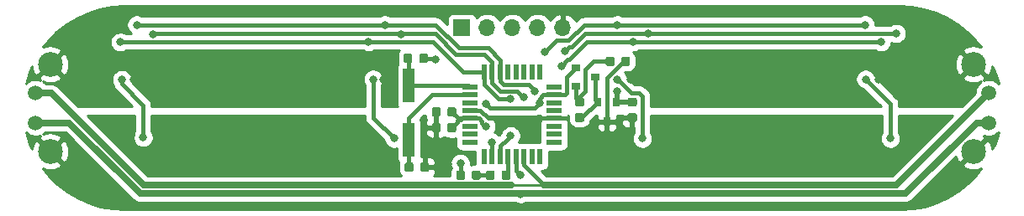
<source format=gbr>
G04 #@! TF.GenerationSoftware,KiCad,Pcbnew,(5.1.2)-2*
G04 #@! TF.CreationDate,2020-02-18T23:36:01-05:00*
G04 #@! TF.ProjectId,_autosave-AddressableLED,5f617574-6f73-4617-9665-2d4164647265,rev?*
G04 #@! TF.SameCoordinates,Original*
G04 #@! TF.FileFunction,Copper,L2,Bot*
G04 #@! TF.FilePolarity,Positive*
%FSLAX46Y46*%
G04 Gerber Fmt 4.6, Leading zero omitted, Abs format (unit mm)*
G04 Created by KiCad (PCBNEW (5.1.2)-2) date 2020-02-18 23:36:01*
%MOMM*%
%LPD*%
G04 APERTURE LIST*
%ADD10C,1.500000*%
%ADD11C,2.500000*%
%ADD12C,0.100000*%
%ADD13C,0.875000*%
%ADD14R,0.900000X0.800000*%
%ADD15O,1.700000X1.700000*%
%ADD16R,1.700000X1.700000*%
%ADD17R,1.200000X3.500000*%
%ADD18R,0.550000X1.600000*%
%ADD19R,1.600000X0.550000*%
%ADD20R,0.800000X0.900000*%
%ADD21C,0.800000*%
%ADD22C,0.450000*%
%ADD23C,0.650000*%
%ADD24C,0.250000*%
%ADD25C,0.254000*%
G04 APERTURE END LIST*
D10*
X188000000Y-108500000D03*
D11*
X186500000Y-105600000D03*
D10*
X188000000Y-111500000D03*
D11*
X186500000Y-114400000D03*
D10*
X92000000Y-111500000D03*
D11*
X93500000Y-114400000D03*
D10*
X92000000Y-108500000D03*
D11*
X93500000Y-105600000D03*
D12*
G36*
X147077691Y-110551053D02*
G01*
X147098926Y-110554203D01*
X147119750Y-110559419D01*
X147139962Y-110566651D01*
X147159368Y-110575830D01*
X147177781Y-110586866D01*
X147195024Y-110599654D01*
X147210930Y-110614070D01*
X147225346Y-110629976D01*
X147238134Y-110647219D01*
X147249170Y-110665632D01*
X147258349Y-110685038D01*
X147265581Y-110705250D01*
X147270797Y-110726074D01*
X147273947Y-110747309D01*
X147275000Y-110768750D01*
X147275000Y-111206250D01*
X147273947Y-111227691D01*
X147270797Y-111248926D01*
X147265581Y-111269750D01*
X147258349Y-111289962D01*
X147249170Y-111309368D01*
X147238134Y-111327781D01*
X147225346Y-111345024D01*
X147210930Y-111360930D01*
X147195024Y-111375346D01*
X147177781Y-111388134D01*
X147159368Y-111399170D01*
X147139962Y-111408349D01*
X147119750Y-111415581D01*
X147098926Y-111420797D01*
X147077691Y-111423947D01*
X147056250Y-111425000D01*
X146543750Y-111425000D01*
X146522309Y-111423947D01*
X146501074Y-111420797D01*
X146480250Y-111415581D01*
X146460038Y-111408349D01*
X146440632Y-111399170D01*
X146422219Y-111388134D01*
X146404976Y-111375346D01*
X146389070Y-111360930D01*
X146374654Y-111345024D01*
X146361866Y-111327781D01*
X146350830Y-111309368D01*
X146341651Y-111289962D01*
X146334419Y-111269750D01*
X146329203Y-111248926D01*
X146326053Y-111227691D01*
X146325000Y-111206250D01*
X146325000Y-110768750D01*
X146326053Y-110747309D01*
X146329203Y-110726074D01*
X146334419Y-110705250D01*
X146341651Y-110685038D01*
X146350830Y-110665632D01*
X146361866Y-110647219D01*
X146374654Y-110629976D01*
X146389070Y-110614070D01*
X146404976Y-110599654D01*
X146422219Y-110586866D01*
X146440632Y-110575830D01*
X146460038Y-110566651D01*
X146480250Y-110559419D01*
X146501074Y-110554203D01*
X146522309Y-110551053D01*
X146543750Y-110550000D01*
X147056250Y-110550000D01*
X147077691Y-110551053D01*
X147077691Y-110551053D01*
G37*
D13*
X146800000Y-110987500D03*
D12*
G36*
X147077691Y-108976053D02*
G01*
X147098926Y-108979203D01*
X147119750Y-108984419D01*
X147139962Y-108991651D01*
X147159368Y-109000830D01*
X147177781Y-109011866D01*
X147195024Y-109024654D01*
X147210930Y-109039070D01*
X147225346Y-109054976D01*
X147238134Y-109072219D01*
X147249170Y-109090632D01*
X147258349Y-109110038D01*
X147265581Y-109130250D01*
X147270797Y-109151074D01*
X147273947Y-109172309D01*
X147275000Y-109193750D01*
X147275000Y-109631250D01*
X147273947Y-109652691D01*
X147270797Y-109673926D01*
X147265581Y-109694750D01*
X147258349Y-109714962D01*
X147249170Y-109734368D01*
X147238134Y-109752781D01*
X147225346Y-109770024D01*
X147210930Y-109785930D01*
X147195024Y-109800346D01*
X147177781Y-109813134D01*
X147159368Y-109824170D01*
X147139962Y-109833349D01*
X147119750Y-109840581D01*
X147098926Y-109845797D01*
X147077691Y-109848947D01*
X147056250Y-109850000D01*
X146543750Y-109850000D01*
X146522309Y-109848947D01*
X146501074Y-109845797D01*
X146480250Y-109840581D01*
X146460038Y-109833349D01*
X146440632Y-109824170D01*
X146422219Y-109813134D01*
X146404976Y-109800346D01*
X146389070Y-109785930D01*
X146374654Y-109770024D01*
X146361866Y-109752781D01*
X146350830Y-109734368D01*
X146341651Y-109714962D01*
X146334419Y-109694750D01*
X146329203Y-109673926D01*
X146326053Y-109652691D01*
X146325000Y-109631250D01*
X146325000Y-109193750D01*
X146326053Y-109172309D01*
X146329203Y-109151074D01*
X146334419Y-109130250D01*
X146341651Y-109110038D01*
X146350830Y-109090632D01*
X146361866Y-109072219D01*
X146374654Y-109054976D01*
X146389070Y-109039070D01*
X146404976Y-109024654D01*
X146422219Y-109011866D01*
X146440632Y-109000830D01*
X146460038Y-108991651D01*
X146480250Y-108984419D01*
X146501074Y-108979203D01*
X146522309Y-108976053D01*
X146543750Y-108975000D01*
X147056250Y-108975000D01*
X147077691Y-108976053D01*
X147077691Y-108976053D01*
G37*
D13*
X146800000Y-109412500D03*
D14*
X148400000Y-106900000D03*
X146400000Y-105950000D03*
X146400000Y-107850000D03*
D15*
X145110000Y-101900000D03*
X142570000Y-101900000D03*
X140030000Y-101900000D03*
X137490000Y-101900000D03*
D16*
X134950000Y-101900000D03*
D12*
G36*
X139627691Y-116326053D02*
G01*
X139648926Y-116329203D01*
X139669750Y-116334419D01*
X139689962Y-116341651D01*
X139709368Y-116350830D01*
X139727781Y-116361866D01*
X139745024Y-116374654D01*
X139760930Y-116389070D01*
X139775346Y-116404976D01*
X139788134Y-116422219D01*
X139799170Y-116440632D01*
X139808349Y-116460038D01*
X139815581Y-116480250D01*
X139820797Y-116501074D01*
X139823947Y-116522309D01*
X139825000Y-116543750D01*
X139825000Y-117056250D01*
X139823947Y-117077691D01*
X139820797Y-117098926D01*
X139815581Y-117119750D01*
X139808349Y-117139962D01*
X139799170Y-117159368D01*
X139788134Y-117177781D01*
X139775346Y-117195024D01*
X139760930Y-117210930D01*
X139745024Y-117225346D01*
X139727781Y-117238134D01*
X139709368Y-117249170D01*
X139689962Y-117258349D01*
X139669750Y-117265581D01*
X139648926Y-117270797D01*
X139627691Y-117273947D01*
X139606250Y-117275000D01*
X139168750Y-117275000D01*
X139147309Y-117273947D01*
X139126074Y-117270797D01*
X139105250Y-117265581D01*
X139085038Y-117258349D01*
X139065632Y-117249170D01*
X139047219Y-117238134D01*
X139029976Y-117225346D01*
X139014070Y-117210930D01*
X138999654Y-117195024D01*
X138986866Y-117177781D01*
X138975830Y-117159368D01*
X138966651Y-117139962D01*
X138959419Y-117119750D01*
X138954203Y-117098926D01*
X138951053Y-117077691D01*
X138950000Y-117056250D01*
X138950000Y-116543750D01*
X138951053Y-116522309D01*
X138954203Y-116501074D01*
X138959419Y-116480250D01*
X138966651Y-116460038D01*
X138975830Y-116440632D01*
X138986866Y-116422219D01*
X138999654Y-116404976D01*
X139014070Y-116389070D01*
X139029976Y-116374654D01*
X139047219Y-116361866D01*
X139065632Y-116350830D01*
X139085038Y-116341651D01*
X139105250Y-116334419D01*
X139126074Y-116329203D01*
X139147309Y-116326053D01*
X139168750Y-116325000D01*
X139606250Y-116325000D01*
X139627691Y-116326053D01*
X139627691Y-116326053D01*
G37*
D13*
X139387500Y-116800000D03*
D12*
G36*
X138052691Y-116326053D02*
G01*
X138073926Y-116329203D01*
X138094750Y-116334419D01*
X138114962Y-116341651D01*
X138134368Y-116350830D01*
X138152781Y-116361866D01*
X138170024Y-116374654D01*
X138185930Y-116389070D01*
X138200346Y-116404976D01*
X138213134Y-116422219D01*
X138224170Y-116440632D01*
X138233349Y-116460038D01*
X138240581Y-116480250D01*
X138245797Y-116501074D01*
X138248947Y-116522309D01*
X138250000Y-116543750D01*
X138250000Y-117056250D01*
X138248947Y-117077691D01*
X138245797Y-117098926D01*
X138240581Y-117119750D01*
X138233349Y-117139962D01*
X138224170Y-117159368D01*
X138213134Y-117177781D01*
X138200346Y-117195024D01*
X138185930Y-117210930D01*
X138170024Y-117225346D01*
X138152781Y-117238134D01*
X138134368Y-117249170D01*
X138114962Y-117258349D01*
X138094750Y-117265581D01*
X138073926Y-117270797D01*
X138052691Y-117273947D01*
X138031250Y-117275000D01*
X137593750Y-117275000D01*
X137572309Y-117273947D01*
X137551074Y-117270797D01*
X137530250Y-117265581D01*
X137510038Y-117258349D01*
X137490632Y-117249170D01*
X137472219Y-117238134D01*
X137454976Y-117225346D01*
X137439070Y-117210930D01*
X137424654Y-117195024D01*
X137411866Y-117177781D01*
X137400830Y-117159368D01*
X137391651Y-117139962D01*
X137384419Y-117119750D01*
X137379203Y-117098926D01*
X137376053Y-117077691D01*
X137375000Y-117056250D01*
X137375000Y-116543750D01*
X137376053Y-116522309D01*
X137379203Y-116501074D01*
X137384419Y-116480250D01*
X137391651Y-116460038D01*
X137400830Y-116440632D01*
X137411866Y-116422219D01*
X137424654Y-116404976D01*
X137439070Y-116389070D01*
X137454976Y-116374654D01*
X137472219Y-116361866D01*
X137490632Y-116350830D01*
X137510038Y-116341651D01*
X137530250Y-116334419D01*
X137551074Y-116329203D01*
X137572309Y-116326053D01*
X137593750Y-116325000D01*
X138031250Y-116325000D01*
X138052691Y-116326053D01*
X138052691Y-116326053D01*
G37*
D13*
X137812500Y-116800000D03*
D12*
G36*
X129752691Y-104526053D02*
G01*
X129773926Y-104529203D01*
X129794750Y-104534419D01*
X129814962Y-104541651D01*
X129834368Y-104550830D01*
X129852781Y-104561866D01*
X129870024Y-104574654D01*
X129885930Y-104589070D01*
X129900346Y-104604976D01*
X129913134Y-104622219D01*
X129924170Y-104640632D01*
X129933349Y-104660038D01*
X129940581Y-104680250D01*
X129945797Y-104701074D01*
X129948947Y-104722309D01*
X129950000Y-104743750D01*
X129950000Y-105256250D01*
X129948947Y-105277691D01*
X129945797Y-105298926D01*
X129940581Y-105319750D01*
X129933349Y-105339962D01*
X129924170Y-105359368D01*
X129913134Y-105377781D01*
X129900346Y-105395024D01*
X129885930Y-105410930D01*
X129870024Y-105425346D01*
X129852781Y-105438134D01*
X129834368Y-105449170D01*
X129814962Y-105458349D01*
X129794750Y-105465581D01*
X129773926Y-105470797D01*
X129752691Y-105473947D01*
X129731250Y-105475000D01*
X129293750Y-105475000D01*
X129272309Y-105473947D01*
X129251074Y-105470797D01*
X129230250Y-105465581D01*
X129210038Y-105458349D01*
X129190632Y-105449170D01*
X129172219Y-105438134D01*
X129154976Y-105425346D01*
X129139070Y-105410930D01*
X129124654Y-105395024D01*
X129111866Y-105377781D01*
X129100830Y-105359368D01*
X129091651Y-105339962D01*
X129084419Y-105319750D01*
X129079203Y-105298926D01*
X129076053Y-105277691D01*
X129075000Y-105256250D01*
X129075000Y-104743750D01*
X129076053Y-104722309D01*
X129079203Y-104701074D01*
X129084419Y-104680250D01*
X129091651Y-104660038D01*
X129100830Y-104640632D01*
X129111866Y-104622219D01*
X129124654Y-104604976D01*
X129139070Y-104589070D01*
X129154976Y-104574654D01*
X129172219Y-104561866D01*
X129190632Y-104550830D01*
X129210038Y-104541651D01*
X129230250Y-104534419D01*
X129251074Y-104529203D01*
X129272309Y-104526053D01*
X129293750Y-104525000D01*
X129731250Y-104525000D01*
X129752691Y-104526053D01*
X129752691Y-104526053D01*
G37*
D13*
X129512500Y-105000000D03*
D12*
G36*
X131327691Y-104526053D02*
G01*
X131348926Y-104529203D01*
X131369750Y-104534419D01*
X131389962Y-104541651D01*
X131409368Y-104550830D01*
X131427781Y-104561866D01*
X131445024Y-104574654D01*
X131460930Y-104589070D01*
X131475346Y-104604976D01*
X131488134Y-104622219D01*
X131499170Y-104640632D01*
X131508349Y-104660038D01*
X131515581Y-104680250D01*
X131520797Y-104701074D01*
X131523947Y-104722309D01*
X131525000Y-104743750D01*
X131525000Y-105256250D01*
X131523947Y-105277691D01*
X131520797Y-105298926D01*
X131515581Y-105319750D01*
X131508349Y-105339962D01*
X131499170Y-105359368D01*
X131488134Y-105377781D01*
X131475346Y-105395024D01*
X131460930Y-105410930D01*
X131445024Y-105425346D01*
X131427781Y-105438134D01*
X131409368Y-105449170D01*
X131389962Y-105458349D01*
X131369750Y-105465581D01*
X131348926Y-105470797D01*
X131327691Y-105473947D01*
X131306250Y-105475000D01*
X130868750Y-105475000D01*
X130847309Y-105473947D01*
X130826074Y-105470797D01*
X130805250Y-105465581D01*
X130785038Y-105458349D01*
X130765632Y-105449170D01*
X130747219Y-105438134D01*
X130729976Y-105425346D01*
X130714070Y-105410930D01*
X130699654Y-105395024D01*
X130686866Y-105377781D01*
X130675830Y-105359368D01*
X130666651Y-105339962D01*
X130659419Y-105319750D01*
X130654203Y-105298926D01*
X130651053Y-105277691D01*
X130650000Y-105256250D01*
X130650000Y-104743750D01*
X130651053Y-104722309D01*
X130654203Y-104701074D01*
X130659419Y-104680250D01*
X130666651Y-104660038D01*
X130675830Y-104640632D01*
X130686866Y-104622219D01*
X130699654Y-104604976D01*
X130714070Y-104589070D01*
X130729976Y-104574654D01*
X130747219Y-104561866D01*
X130765632Y-104550830D01*
X130785038Y-104541651D01*
X130805250Y-104534419D01*
X130826074Y-104529203D01*
X130847309Y-104526053D01*
X130868750Y-104525000D01*
X131306250Y-104525000D01*
X131327691Y-104526053D01*
X131327691Y-104526053D01*
G37*
D13*
X131087500Y-105000000D03*
D12*
G36*
X129865191Y-115526053D02*
G01*
X129886426Y-115529203D01*
X129907250Y-115534419D01*
X129927462Y-115541651D01*
X129946868Y-115550830D01*
X129965281Y-115561866D01*
X129982524Y-115574654D01*
X129998430Y-115589070D01*
X130012846Y-115604976D01*
X130025634Y-115622219D01*
X130036670Y-115640632D01*
X130045849Y-115660038D01*
X130053081Y-115680250D01*
X130058297Y-115701074D01*
X130061447Y-115722309D01*
X130062500Y-115743750D01*
X130062500Y-116256250D01*
X130061447Y-116277691D01*
X130058297Y-116298926D01*
X130053081Y-116319750D01*
X130045849Y-116339962D01*
X130036670Y-116359368D01*
X130025634Y-116377781D01*
X130012846Y-116395024D01*
X129998430Y-116410930D01*
X129982524Y-116425346D01*
X129965281Y-116438134D01*
X129946868Y-116449170D01*
X129927462Y-116458349D01*
X129907250Y-116465581D01*
X129886426Y-116470797D01*
X129865191Y-116473947D01*
X129843750Y-116475000D01*
X129406250Y-116475000D01*
X129384809Y-116473947D01*
X129363574Y-116470797D01*
X129342750Y-116465581D01*
X129322538Y-116458349D01*
X129303132Y-116449170D01*
X129284719Y-116438134D01*
X129267476Y-116425346D01*
X129251570Y-116410930D01*
X129237154Y-116395024D01*
X129224366Y-116377781D01*
X129213330Y-116359368D01*
X129204151Y-116339962D01*
X129196919Y-116319750D01*
X129191703Y-116298926D01*
X129188553Y-116277691D01*
X129187500Y-116256250D01*
X129187500Y-115743750D01*
X129188553Y-115722309D01*
X129191703Y-115701074D01*
X129196919Y-115680250D01*
X129204151Y-115660038D01*
X129213330Y-115640632D01*
X129224366Y-115622219D01*
X129237154Y-115604976D01*
X129251570Y-115589070D01*
X129267476Y-115574654D01*
X129284719Y-115561866D01*
X129303132Y-115550830D01*
X129322538Y-115541651D01*
X129342750Y-115534419D01*
X129363574Y-115529203D01*
X129384809Y-115526053D01*
X129406250Y-115525000D01*
X129843750Y-115525000D01*
X129865191Y-115526053D01*
X129865191Y-115526053D01*
G37*
D13*
X129625000Y-116000000D03*
D12*
G36*
X131440191Y-115526053D02*
G01*
X131461426Y-115529203D01*
X131482250Y-115534419D01*
X131502462Y-115541651D01*
X131521868Y-115550830D01*
X131540281Y-115561866D01*
X131557524Y-115574654D01*
X131573430Y-115589070D01*
X131587846Y-115604976D01*
X131600634Y-115622219D01*
X131611670Y-115640632D01*
X131620849Y-115660038D01*
X131628081Y-115680250D01*
X131633297Y-115701074D01*
X131636447Y-115722309D01*
X131637500Y-115743750D01*
X131637500Y-116256250D01*
X131636447Y-116277691D01*
X131633297Y-116298926D01*
X131628081Y-116319750D01*
X131620849Y-116339962D01*
X131611670Y-116359368D01*
X131600634Y-116377781D01*
X131587846Y-116395024D01*
X131573430Y-116410930D01*
X131557524Y-116425346D01*
X131540281Y-116438134D01*
X131521868Y-116449170D01*
X131502462Y-116458349D01*
X131482250Y-116465581D01*
X131461426Y-116470797D01*
X131440191Y-116473947D01*
X131418750Y-116475000D01*
X130981250Y-116475000D01*
X130959809Y-116473947D01*
X130938574Y-116470797D01*
X130917750Y-116465581D01*
X130897538Y-116458349D01*
X130878132Y-116449170D01*
X130859719Y-116438134D01*
X130842476Y-116425346D01*
X130826570Y-116410930D01*
X130812154Y-116395024D01*
X130799366Y-116377781D01*
X130788330Y-116359368D01*
X130779151Y-116339962D01*
X130771919Y-116319750D01*
X130766703Y-116298926D01*
X130763553Y-116277691D01*
X130762500Y-116256250D01*
X130762500Y-115743750D01*
X130763553Y-115722309D01*
X130766703Y-115701074D01*
X130771919Y-115680250D01*
X130779151Y-115660038D01*
X130788330Y-115640632D01*
X130799366Y-115622219D01*
X130812154Y-115604976D01*
X130826570Y-115589070D01*
X130842476Y-115574654D01*
X130859719Y-115561866D01*
X130878132Y-115550830D01*
X130897538Y-115541651D01*
X130917750Y-115534419D01*
X130938574Y-115529203D01*
X130959809Y-115526053D01*
X130981250Y-115525000D01*
X131418750Y-115525000D01*
X131440191Y-115526053D01*
X131440191Y-115526053D01*
G37*
D13*
X131200000Y-116000000D03*
D12*
G36*
X132602691Y-109926053D02*
G01*
X132623926Y-109929203D01*
X132644750Y-109934419D01*
X132664962Y-109941651D01*
X132684368Y-109950830D01*
X132702781Y-109961866D01*
X132720024Y-109974654D01*
X132735930Y-109989070D01*
X132750346Y-110004976D01*
X132763134Y-110022219D01*
X132774170Y-110040632D01*
X132783349Y-110060038D01*
X132790581Y-110080250D01*
X132795797Y-110101074D01*
X132798947Y-110122309D01*
X132800000Y-110143750D01*
X132800000Y-110656250D01*
X132798947Y-110677691D01*
X132795797Y-110698926D01*
X132790581Y-110719750D01*
X132783349Y-110739962D01*
X132774170Y-110759368D01*
X132763134Y-110777781D01*
X132750346Y-110795024D01*
X132735930Y-110810930D01*
X132720024Y-110825346D01*
X132702781Y-110838134D01*
X132684368Y-110849170D01*
X132664962Y-110858349D01*
X132644750Y-110865581D01*
X132623926Y-110870797D01*
X132602691Y-110873947D01*
X132581250Y-110875000D01*
X132143750Y-110875000D01*
X132122309Y-110873947D01*
X132101074Y-110870797D01*
X132080250Y-110865581D01*
X132060038Y-110858349D01*
X132040632Y-110849170D01*
X132022219Y-110838134D01*
X132004976Y-110825346D01*
X131989070Y-110810930D01*
X131974654Y-110795024D01*
X131961866Y-110777781D01*
X131950830Y-110759368D01*
X131941651Y-110739962D01*
X131934419Y-110719750D01*
X131929203Y-110698926D01*
X131926053Y-110677691D01*
X131925000Y-110656250D01*
X131925000Y-110143750D01*
X131926053Y-110122309D01*
X131929203Y-110101074D01*
X131934419Y-110080250D01*
X131941651Y-110060038D01*
X131950830Y-110040632D01*
X131961866Y-110022219D01*
X131974654Y-110004976D01*
X131989070Y-109989070D01*
X132004976Y-109974654D01*
X132022219Y-109961866D01*
X132040632Y-109950830D01*
X132060038Y-109941651D01*
X132080250Y-109934419D01*
X132101074Y-109929203D01*
X132122309Y-109926053D01*
X132143750Y-109925000D01*
X132581250Y-109925000D01*
X132602691Y-109926053D01*
X132602691Y-109926053D01*
G37*
D13*
X132362500Y-110400000D03*
D12*
G36*
X134177691Y-109926053D02*
G01*
X134198926Y-109929203D01*
X134219750Y-109934419D01*
X134239962Y-109941651D01*
X134259368Y-109950830D01*
X134277781Y-109961866D01*
X134295024Y-109974654D01*
X134310930Y-109989070D01*
X134325346Y-110004976D01*
X134338134Y-110022219D01*
X134349170Y-110040632D01*
X134358349Y-110060038D01*
X134365581Y-110080250D01*
X134370797Y-110101074D01*
X134373947Y-110122309D01*
X134375000Y-110143750D01*
X134375000Y-110656250D01*
X134373947Y-110677691D01*
X134370797Y-110698926D01*
X134365581Y-110719750D01*
X134358349Y-110739962D01*
X134349170Y-110759368D01*
X134338134Y-110777781D01*
X134325346Y-110795024D01*
X134310930Y-110810930D01*
X134295024Y-110825346D01*
X134277781Y-110838134D01*
X134259368Y-110849170D01*
X134239962Y-110858349D01*
X134219750Y-110865581D01*
X134198926Y-110870797D01*
X134177691Y-110873947D01*
X134156250Y-110875000D01*
X133718750Y-110875000D01*
X133697309Y-110873947D01*
X133676074Y-110870797D01*
X133655250Y-110865581D01*
X133635038Y-110858349D01*
X133615632Y-110849170D01*
X133597219Y-110838134D01*
X133579976Y-110825346D01*
X133564070Y-110810930D01*
X133549654Y-110795024D01*
X133536866Y-110777781D01*
X133525830Y-110759368D01*
X133516651Y-110739962D01*
X133509419Y-110719750D01*
X133504203Y-110698926D01*
X133501053Y-110677691D01*
X133500000Y-110656250D01*
X133500000Y-110143750D01*
X133501053Y-110122309D01*
X133504203Y-110101074D01*
X133509419Y-110080250D01*
X133516651Y-110060038D01*
X133525830Y-110040632D01*
X133536866Y-110022219D01*
X133549654Y-110004976D01*
X133564070Y-109989070D01*
X133579976Y-109974654D01*
X133597219Y-109961866D01*
X133615632Y-109950830D01*
X133635038Y-109941651D01*
X133655250Y-109934419D01*
X133676074Y-109929203D01*
X133697309Y-109926053D01*
X133718750Y-109925000D01*
X134156250Y-109925000D01*
X134177691Y-109926053D01*
X134177691Y-109926053D01*
G37*
D13*
X133937500Y-110400000D03*
D12*
G36*
X132602691Y-111526053D02*
G01*
X132623926Y-111529203D01*
X132644750Y-111534419D01*
X132664962Y-111541651D01*
X132684368Y-111550830D01*
X132702781Y-111561866D01*
X132720024Y-111574654D01*
X132735930Y-111589070D01*
X132750346Y-111604976D01*
X132763134Y-111622219D01*
X132774170Y-111640632D01*
X132783349Y-111660038D01*
X132790581Y-111680250D01*
X132795797Y-111701074D01*
X132798947Y-111722309D01*
X132800000Y-111743750D01*
X132800000Y-112256250D01*
X132798947Y-112277691D01*
X132795797Y-112298926D01*
X132790581Y-112319750D01*
X132783349Y-112339962D01*
X132774170Y-112359368D01*
X132763134Y-112377781D01*
X132750346Y-112395024D01*
X132735930Y-112410930D01*
X132720024Y-112425346D01*
X132702781Y-112438134D01*
X132684368Y-112449170D01*
X132664962Y-112458349D01*
X132644750Y-112465581D01*
X132623926Y-112470797D01*
X132602691Y-112473947D01*
X132581250Y-112475000D01*
X132143750Y-112475000D01*
X132122309Y-112473947D01*
X132101074Y-112470797D01*
X132080250Y-112465581D01*
X132060038Y-112458349D01*
X132040632Y-112449170D01*
X132022219Y-112438134D01*
X132004976Y-112425346D01*
X131989070Y-112410930D01*
X131974654Y-112395024D01*
X131961866Y-112377781D01*
X131950830Y-112359368D01*
X131941651Y-112339962D01*
X131934419Y-112319750D01*
X131929203Y-112298926D01*
X131926053Y-112277691D01*
X131925000Y-112256250D01*
X131925000Y-111743750D01*
X131926053Y-111722309D01*
X131929203Y-111701074D01*
X131934419Y-111680250D01*
X131941651Y-111660038D01*
X131950830Y-111640632D01*
X131961866Y-111622219D01*
X131974654Y-111604976D01*
X131989070Y-111589070D01*
X132004976Y-111574654D01*
X132022219Y-111561866D01*
X132040632Y-111550830D01*
X132060038Y-111541651D01*
X132080250Y-111534419D01*
X132101074Y-111529203D01*
X132122309Y-111526053D01*
X132143750Y-111525000D01*
X132581250Y-111525000D01*
X132602691Y-111526053D01*
X132602691Y-111526053D01*
G37*
D13*
X132362500Y-112000000D03*
D12*
G36*
X134177691Y-111526053D02*
G01*
X134198926Y-111529203D01*
X134219750Y-111534419D01*
X134239962Y-111541651D01*
X134259368Y-111550830D01*
X134277781Y-111561866D01*
X134295024Y-111574654D01*
X134310930Y-111589070D01*
X134325346Y-111604976D01*
X134338134Y-111622219D01*
X134349170Y-111640632D01*
X134358349Y-111660038D01*
X134365581Y-111680250D01*
X134370797Y-111701074D01*
X134373947Y-111722309D01*
X134375000Y-111743750D01*
X134375000Y-112256250D01*
X134373947Y-112277691D01*
X134370797Y-112298926D01*
X134365581Y-112319750D01*
X134358349Y-112339962D01*
X134349170Y-112359368D01*
X134338134Y-112377781D01*
X134325346Y-112395024D01*
X134310930Y-112410930D01*
X134295024Y-112425346D01*
X134277781Y-112438134D01*
X134259368Y-112449170D01*
X134239962Y-112458349D01*
X134219750Y-112465581D01*
X134198926Y-112470797D01*
X134177691Y-112473947D01*
X134156250Y-112475000D01*
X133718750Y-112475000D01*
X133697309Y-112473947D01*
X133676074Y-112470797D01*
X133655250Y-112465581D01*
X133635038Y-112458349D01*
X133615632Y-112449170D01*
X133597219Y-112438134D01*
X133579976Y-112425346D01*
X133564070Y-112410930D01*
X133549654Y-112395024D01*
X133536866Y-112377781D01*
X133525830Y-112359368D01*
X133516651Y-112339962D01*
X133509419Y-112319750D01*
X133504203Y-112298926D01*
X133501053Y-112277691D01*
X133500000Y-112256250D01*
X133500000Y-111743750D01*
X133501053Y-111722309D01*
X133504203Y-111701074D01*
X133509419Y-111680250D01*
X133516651Y-111660038D01*
X133525830Y-111640632D01*
X133536866Y-111622219D01*
X133549654Y-111604976D01*
X133564070Y-111589070D01*
X133579976Y-111574654D01*
X133597219Y-111561866D01*
X133615632Y-111550830D01*
X133635038Y-111541651D01*
X133655250Y-111534419D01*
X133676074Y-111529203D01*
X133697309Y-111526053D01*
X133718750Y-111525000D01*
X134156250Y-111525000D01*
X134177691Y-111526053D01*
X134177691Y-111526053D01*
G37*
D13*
X133937500Y-112000000D03*
D12*
G36*
X136627691Y-116326053D02*
G01*
X136648926Y-116329203D01*
X136669750Y-116334419D01*
X136689962Y-116341651D01*
X136709368Y-116350830D01*
X136727781Y-116361866D01*
X136745024Y-116374654D01*
X136760930Y-116389070D01*
X136775346Y-116404976D01*
X136788134Y-116422219D01*
X136799170Y-116440632D01*
X136808349Y-116460038D01*
X136815581Y-116480250D01*
X136820797Y-116501074D01*
X136823947Y-116522309D01*
X136825000Y-116543750D01*
X136825000Y-117056250D01*
X136823947Y-117077691D01*
X136820797Y-117098926D01*
X136815581Y-117119750D01*
X136808349Y-117139962D01*
X136799170Y-117159368D01*
X136788134Y-117177781D01*
X136775346Y-117195024D01*
X136760930Y-117210930D01*
X136745024Y-117225346D01*
X136727781Y-117238134D01*
X136709368Y-117249170D01*
X136689962Y-117258349D01*
X136669750Y-117265581D01*
X136648926Y-117270797D01*
X136627691Y-117273947D01*
X136606250Y-117275000D01*
X136168750Y-117275000D01*
X136147309Y-117273947D01*
X136126074Y-117270797D01*
X136105250Y-117265581D01*
X136085038Y-117258349D01*
X136065632Y-117249170D01*
X136047219Y-117238134D01*
X136029976Y-117225346D01*
X136014070Y-117210930D01*
X135999654Y-117195024D01*
X135986866Y-117177781D01*
X135975830Y-117159368D01*
X135966651Y-117139962D01*
X135959419Y-117119750D01*
X135954203Y-117098926D01*
X135951053Y-117077691D01*
X135950000Y-117056250D01*
X135950000Y-116543750D01*
X135951053Y-116522309D01*
X135954203Y-116501074D01*
X135959419Y-116480250D01*
X135966651Y-116460038D01*
X135975830Y-116440632D01*
X135986866Y-116422219D01*
X135999654Y-116404976D01*
X136014070Y-116389070D01*
X136029976Y-116374654D01*
X136047219Y-116361866D01*
X136065632Y-116350830D01*
X136085038Y-116341651D01*
X136105250Y-116334419D01*
X136126074Y-116329203D01*
X136147309Y-116326053D01*
X136168750Y-116325000D01*
X136606250Y-116325000D01*
X136627691Y-116326053D01*
X136627691Y-116326053D01*
G37*
D13*
X136387500Y-116800000D03*
D12*
G36*
X135052691Y-116326053D02*
G01*
X135073926Y-116329203D01*
X135094750Y-116334419D01*
X135114962Y-116341651D01*
X135134368Y-116350830D01*
X135152781Y-116361866D01*
X135170024Y-116374654D01*
X135185930Y-116389070D01*
X135200346Y-116404976D01*
X135213134Y-116422219D01*
X135224170Y-116440632D01*
X135233349Y-116460038D01*
X135240581Y-116480250D01*
X135245797Y-116501074D01*
X135248947Y-116522309D01*
X135250000Y-116543750D01*
X135250000Y-117056250D01*
X135248947Y-117077691D01*
X135245797Y-117098926D01*
X135240581Y-117119750D01*
X135233349Y-117139962D01*
X135224170Y-117159368D01*
X135213134Y-117177781D01*
X135200346Y-117195024D01*
X135185930Y-117210930D01*
X135170024Y-117225346D01*
X135152781Y-117238134D01*
X135134368Y-117249170D01*
X135114962Y-117258349D01*
X135094750Y-117265581D01*
X135073926Y-117270797D01*
X135052691Y-117273947D01*
X135031250Y-117275000D01*
X134593750Y-117275000D01*
X134572309Y-117273947D01*
X134551074Y-117270797D01*
X134530250Y-117265581D01*
X134510038Y-117258349D01*
X134490632Y-117249170D01*
X134472219Y-117238134D01*
X134454976Y-117225346D01*
X134439070Y-117210930D01*
X134424654Y-117195024D01*
X134411866Y-117177781D01*
X134400830Y-117159368D01*
X134391651Y-117139962D01*
X134384419Y-117119750D01*
X134379203Y-117098926D01*
X134376053Y-117077691D01*
X134375000Y-117056250D01*
X134375000Y-116543750D01*
X134376053Y-116522309D01*
X134379203Y-116501074D01*
X134384419Y-116480250D01*
X134391651Y-116460038D01*
X134400830Y-116440632D01*
X134411866Y-116422219D01*
X134424654Y-116404976D01*
X134439070Y-116389070D01*
X134454976Y-116374654D01*
X134472219Y-116361866D01*
X134490632Y-116350830D01*
X134510038Y-116341651D01*
X134530250Y-116334419D01*
X134551074Y-116329203D01*
X134572309Y-116326053D01*
X134593750Y-116325000D01*
X135031250Y-116325000D01*
X135052691Y-116326053D01*
X135052691Y-116326053D01*
G37*
D13*
X134812500Y-116800000D03*
D17*
X129600000Y-107750000D03*
X129600000Y-113250000D03*
D18*
X137200000Y-114918000D03*
X138000000Y-114918000D03*
X138800000Y-114918000D03*
X139600000Y-114918000D03*
X140400000Y-114918000D03*
X141200000Y-114918000D03*
X142000000Y-114918000D03*
X142800000Y-114918000D03*
D19*
X144250000Y-113468000D03*
X144250000Y-112668000D03*
X144250000Y-111868000D03*
X144250000Y-111068000D03*
X144250000Y-110268000D03*
X144250000Y-109468000D03*
X144250000Y-108668000D03*
X144250000Y-107868000D03*
D18*
X142800000Y-106418000D03*
X142000000Y-106418000D03*
X141200000Y-106418000D03*
X140400000Y-106418000D03*
X139600000Y-106418000D03*
X138800000Y-106418000D03*
X138000000Y-106418000D03*
X137200000Y-106418000D03*
D19*
X135750000Y-107868000D03*
X135750000Y-108668000D03*
X135750000Y-109468000D03*
X135750000Y-110268000D03*
X135750000Y-111068000D03*
X135750000Y-111868000D03*
X135750000Y-112668000D03*
X135750000Y-113468000D03*
D20*
X149550000Y-111400000D03*
X150500000Y-109400000D03*
X148600000Y-109400000D03*
D12*
G36*
X151677691Y-104826053D02*
G01*
X151698926Y-104829203D01*
X151719750Y-104834419D01*
X151739962Y-104841651D01*
X151759368Y-104850830D01*
X151777781Y-104861866D01*
X151795024Y-104874654D01*
X151810930Y-104889070D01*
X151825346Y-104904976D01*
X151838134Y-104922219D01*
X151849170Y-104940632D01*
X151858349Y-104960038D01*
X151865581Y-104980250D01*
X151870797Y-105001074D01*
X151873947Y-105022309D01*
X151875000Y-105043750D01*
X151875000Y-105556250D01*
X151873947Y-105577691D01*
X151870797Y-105598926D01*
X151865581Y-105619750D01*
X151858349Y-105639962D01*
X151849170Y-105659368D01*
X151838134Y-105677781D01*
X151825346Y-105695024D01*
X151810930Y-105710930D01*
X151795024Y-105725346D01*
X151777781Y-105738134D01*
X151759368Y-105749170D01*
X151739962Y-105758349D01*
X151719750Y-105765581D01*
X151698926Y-105770797D01*
X151677691Y-105773947D01*
X151656250Y-105775000D01*
X151218750Y-105775000D01*
X151197309Y-105773947D01*
X151176074Y-105770797D01*
X151155250Y-105765581D01*
X151135038Y-105758349D01*
X151115632Y-105749170D01*
X151097219Y-105738134D01*
X151079976Y-105725346D01*
X151064070Y-105710930D01*
X151049654Y-105695024D01*
X151036866Y-105677781D01*
X151025830Y-105659368D01*
X151016651Y-105639962D01*
X151009419Y-105619750D01*
X151004203Y-105598926D01*
X151001053Y-105577691D01*
X151000000Y-105556250D01*
X151000000Y-105043750D01*
X151001053Y-105022309D01*
X151004203Y-105001074D01*
X151009419Y-104980250D01*
X151016651Y-104960038D01*
X151025830Y-104940632D01*
X151036866Y-104922219D01*
X151049654Y-104904976D01*
X151064070Y-104889070D01*
X151079976Y-104874654D01*
X151097219Y-104861866D01*
X151115632Y-104850830D01*
X151135038Y-104841651D01*
X151155250Y-104834419D01*
X151176074Y-104829203D01*
X151197309Y-104826053D01*
X151218750Y-104825000D01*
X151656250Y-104825000D01*
X151677691Y-104826053D01*
X151677691Y-104826053D01*
G37*
D13*
X151437500Y-105300000D03*
D12*
G36*
X150102691Y-104826053D02*
G01*
X150123926Y-104829203D01*
X150144750Y-104834419D01*
X150164962Y-104841651D01*
X150184368Y-104850830D01*
X150202781Y-104861866D01*
X150220024Y-104874654D01*
X150235930Y-104889070D01*
X150250346Y-104904976D01*
X150263134Y-104922219D01*
X150274170Y-104940632D01*
X150283349Y-104960038D01*
X150290581Y-104980250D01*
X150295797Y-105001074D01*
X150298947Y-105022309D01*
X150300000Y-105043750D01*
X150300000Y-105556250D01*
X150298947Y-105577691D01*
X150295797Y-105598926D01*
X150290581Y-105619750D01*
X150283349Y-105639962D01*
X150274170Y-105659368D01*
X150263134Y-105677781D01*
X150250346Y-105695024D01*
X150235930Y-105710930D01*
X150220024Y-105725346D01*
X150202781Y-105738134D01*
X150184368Y-105749170D01*
X150164962Y-105758349D01*
X150144750Y-105765581D01*
X150123926Y-105770797D01*
X150102691Y-105773947D01*
X150081250Y-105775000D01*
X149643750Y-105775000D01*
X149622309Y-105773947D01*
X149601074Y-105770797D01*
X149580250Y-105765581D01*
X149560038Y-105758349D01*
X149540632Y-105749170D01*
X149522219Y-105738134D01*
X149504976Y-105725346D01*
X149489070Y-105710930D01*
X149474654Y-105695024D01*
X149461866Y-105677781D01*
X149450830Y-105659368D01*
X149441651Y-105639962D01*
X149434419Y-105619750D01*
X149429203Y-105598926D01*
X149426053Y-105577691D01*
X149425000Y-105556250D01*
X149425000Y-105043750D01*
X149426053Y-105022309D01*
X149429203Y-105001074D01*
X149434419Y-104980250D01*
X149441651Y-104960038D01*
X149450830Y-104940632D01*
X149461866Y-104922219D01*
X149474654Y-104904976D01*
X149489070Y-104889070D01*
X149504976Y-104874654D01*
X149522219Y-104861866D01*
X149540632Y-104850830D01*
X149560038Y-104841651D01*
X149580250Y-104834419D01*
X149601074Y-104829203D01*
X149622309Y-104826053D01*
X149643750Y-104825000D01*
X150081250Y-104825000D01*
X150102691Y-104826053D01*
X150102691Y-104826053D01*
G37*
D13*
X149862500Y-105300000D03*
D12*
G36*
X152377691Y-110551053D02*
G01*
X152398926Y-110554203D01*
X152419750Y-110559419D01*
X152439962Y-110566651D01*
X152459368Y-110575830D01*
X152477781Y-110586866D01*
X152495024Y-110599654D01*
X152510930Y-110614070D01*
X152525346Y-110629976D01*
X152538134Y-110647219D01*
X152549170Y-110665632D01*
X152558349Y-110685038D01*
X152565581Y-110705250D01*
X152570797Y-110726074D01*
X152573947Y-110747309D01*
X152575000Y-110768750D01*
X152575000Y-111206250D01*
X152573947Y-111227691D01*
X152570797Y-111248926D01*
X152565581Y-111269750D01*
X152558349Y-111289962D01*
X152549170Y-111309368D01*
X152538134Y-111327781D01*
X152525346Y-111345024D01*
X152510930Y-111360930D01*
X152495024Y-111375346D01*
X152477781Y-111388134D01*
X152459368Y-111399170D01*
X152439962Y-111408349D01*
X152419750Y-111415581D01*
X152398926Y-111420797D01*
X152377691Y-111423947D01*
X152356250Y-111425000D01*
X151843750Y-111425000D01*
X151822309Y-111423947D01*
X151801074Y-111420797D01*
X151780250Y-111415581D01*
X151760038Y-111408349D01*
X151740632Y-111399170D01*
X151722219Y-111388134D01*
X151704976Y-111375346D01*
X151689070Y-111360930D01*
X151674654Y-111345024D01*
X151661866Y-111327781D01*
X151650830Y-111309368D01*
X151641651Y-111289962D01*
X151634419Y-111269750D01*
X151629203Y-111248926D01*
X151626053Y-111227691D01*
X151625000Y-111206250D01*
X151625000Y-110768750D01*
X151626053Y-110747309D01*
X151629203Y-110726074D01*
X151634419Y-110705250D01*
X151641651Y-110685038D01*
X151650830Y-110665632D01*
X151661866Y-110647219D01*
X151674654Y-110629976D01*
X151689070Y-110614070D01*
X151704976Y-110599654D01*
X151722219Y-110586866D01*
X151740632Y-110575830D01*
X151760038Y-110566651D01*
X151780250Y-110559419D01*
X151801074Y-110554203D01*
X151822309Y-110551053D01*
X151843750Y-110550000D01*
X152356250Y-110550000D01*
X152377691Y-110551053D01*
X152377691Y-110551053D01*
G37*
D13*
X152100000Y-110987500D03*
D12*
G36*
X152377691Y-108976053D02*
G01*
X152398926Y-108979203D01*
X152419750Y-108984419D01*
X152439962Y-108991651D01*
X152459368Y-109000830D01*
X152477781Y-109011866D01*
X152495024Y-109024654D01*
X152510930Y-109039070D01*
X152525346Y-109054976D01*
X152538134Y-109072219D01*
X152549170Y-109090632D01*
X152558349Y-109110038D01*
X152565581Y-109130250D01*
X152570797Y-109151074D01*
X152573947Y-109172309D01*
X152575000Y-109193750D01*
X152575000Y-109631250D01*
X152573947Y-109652691D01*
X152570797Y-109673926D01*
X152565581Y-109694750D01*
X152558349Y-109714962D01*
X152549170Y-109734368D01*
X152538134Y-109752781D01*
X152525346Y-109770024D01*
X152510930Y-109785930D01*
X152495024Y-109800346D01*
X152477781Y-109813134D01*
X152459368Y-109824170D01*
X152439962Y-109833349D01*
X152419750Y-109840581D01*
X152398926Y-109845797D01*
X152377691Y-109848947D01*
X152356250Y-109850000D01*
X151843750Y-109850000D01*
X151822309Y-109848947D01*
X151801074Y-109845797D01*
X151780250Y-109840581D01*
X151760038Y-109833349D01*
X151740632Y-109824170D01*
X151722219Y-109813134D01*
X151704976Y-109800346D01*
X151689070Y-109785930D01*
X151674654Y-109770024D01*
X151661866Y-109752781D01*
X151650830Y-109734368D01*
X151641651Y-109714962D01*
X151634419Y-109694750D01*
X151629203Y-109673926D01*
X151626053Y-109652691D01*
X151625000Y-109631250D01*
X151625000Y-109193750D01*
X151626053Y-109172309D01*
X151629203Y-109151074D01*
X151634419Y-109130250D01*
X151641651Y-109110038D01*
X151650830Y-109090632D01*
X151661866Y-109072219D01*
X151674654Y-109054976D01*
X151689070Y-109039070D01*
X151704976Y-109024654D01*
X151722219Y-109011866D01*
X151740632Y-109000830D01*
X151760038Y-108991651D01*
X151780250Y-108984419D01*
X151801074Y-108979203D01*
X151822309Y-108976053D01*
X151843750Y-108975000D01*
X152356250Y-108975000D01*
X152377691Y-108976053D01*
X152377691Y-108976053D01*
G37*
D13*
X152100000Y-109412500D03*
D21*
X116028568Y-116100000D03*
X114671426Y-116100000D03*
X111957142Y-116100000D03*
X117385710Y-116100000D03*
X118742852Y-116100000D03*
X110600000Y-116100000D03*
X120100000Y-116100000D03*
X113314284Y-116100000D03*
X120150000Y-114850000D03*
X114721426Y-112350000D03*
X110650000Y-114850000D03*
X113364284Y-114850000D03*
X118792852Y-113550000D03*
X112007142Y-112350000D03*
X111957142Y-111150000D03*
X114671426Y-111150000D03*
X110600000Y-111150000D03*
X117435710Y-114850000D03*
X116078568Y-113550000D03*
X112007142Y-114850000D03*
X116078568Y-112350000D03*
X110650000Y-112350000D03*
X113364284Y-113550000D03*
X116028568Y-111150000D03*
X113314284Y-111150000D03*
X120150000Y-112350000D03*
X112007142Y-113550000D03*
X118742852Y-111150000D03*
X110650000Y-113550000D03*
X116078568Y-114850000D03*
X117435710Y-112350000D03*
X117385710Y-111150000D03*
X118792852Y-114850000D03*
X120150000Y-113550000D03*
X120100000Y-111150000D03*
X114721426Y-113550000D03*
X118792852Y-112350000D03*
X117435710Y-113550000D03*
X114721426Y-114850000D03*
X113364284Y-112350000D03*
X165978568Y-114850000D03*
X164621426Y-114850000D03*
X161907142Y-114850000D03*
X167335710Y-114850000D03*
X168692852Y-114850000D03*
X160550000Y-114850000D03*
X170050000Y-114850000D03*
X163264284Y-114850000D03*
X165978568Y-113550000D03*
X164621426Y-113550000D03*
X161907142Y-113550000D03*
X167335710Y-113550000D03*
X168692852Y-113550000D03*
X160550000Y-113550000D03*
X170050000Y-113550000D03*
X163264284Y-113550000D03*
X165978568Y-112350000D03*
X164621426Y-112350000D03*
X161907142Y-112350000D03*
X167335710Y-112350000D03*
X168692852Y-112350000D03*
X160550000Y-112350000D03*
X170050000Y-112350000D03*
X163264284Y-112350000D03*
X165928568Y-111150000D03*
X164571426Y-111150000D03*
X161857142Y-111150000D03*
X167285710Y-111150000D03*
X168642852Y-111150000D03*
X160500000Y-111150000D03*
X170000000Y-111150000D03*
X163214284Y-111150000D03*
X163214284Y-116100000D03*
X167285710Y-116100000D03*
X160500000Y-116100000D03*
X161857142Y-116100000D03*
X170000000Y-116100000D03*
X164571426Y-116100000D03*
X165928568Y-116100000D03*
X168642852Y-116100000D03*
X175600000Y-107100000D03*
X178100000Y-113100000D03*
X133550000Y-114650000D03*
X133550000Y-115650000D03*
X132250000Y-105100000D03*
X150550000Y-108300000D03*
X151900000Y-107100000D03*
X153100000Y-107100000D03*
X154200000Y-107100000D03*
X176900000Y-107100000D03*
X178100000Y-107100000D03*
X179200000Y-107100000D03*
X128100000Y-107100000D03*
X104200000Y-107100000D03*
X103100000Y-107100000D03*
X101900000Y-107100000D03*
X127017732Y-107099955D03*
X152200000Y-103350000D03*
X142317997Y-108317999D03*
X102200000Y-101600000D03*
X127200000Y-101600000D03*
X144950000Y-105750000D03*
X177150000Y-103350000D03*
X150600000Y-101600000D03*
X139800000Y-109125010D03*
X125550000Y-103350000D03*
X100550000Y-103350000D03*
X143300000Y-104350000D03*
X175550000Y-101600000D03*
X153122800Y-113100000D03*
X150608371Y-107108371D03*
X128100000Y-113100000D03*
X126017724Y-107102532D03*
X100700000Y-107150000D03*
X102850000Y-113000000D03*
X153750000Y-102475000D03*
X145350000Y-104250000D03*
X141145876Y-108945876D03*
X128800000Y-102550000D03*
X178700000Y-102475000D03*
X103800000Y-102524990D03*
X137374979Y-109600010D03*
X142750000Y-109550000D03*
X137374979Y-111900001D03*
X138000000Y-113500000D03*
X139852197Y-112814545D03*
X140850000Y-118700000D03*
X140850000Y-116800000D03*
X134800000Y-115600000D03*
D22*
X178100000Y-109600000D02*
X175600000Y-107100000D01*
X178100000Y-113100000D02*
X178100000Y-109600000D01*
X144250000Y-111068000D02*
X145568000Y-111068000D01*
X136790002Y-110268000D02*
X135750000Y-110268000D01*
X137590002Y-111068000D02*
X136790002Y-110268000D01*
X144250000Y-111068000D02*
X137590002Y-111068000D01*
X132150000Y-105000000D02*
X132250000Y-105100000D01*
X131087500Y-105000000D02*
X132150000Y-105000000D01*
X149550000Y-110500000D02*
X149550000Y-110650000D01*
X149550000Y-110650000D02*
X149550000Y-111400000D01*
X149550000Y-107000000D02*
X149550000Y-110650000D01*
X151250000Y-105300000D02*
X149550000Y-107000000D01*
X151337500Y-105300000D02*
X151250000Y-105300000D01*
X139149990Y-107649990D02*
X141649988Y-107649990D01*
X141649988Y-107649990D02*
X141917998Y-107918000D01*
X141917998Y-107918000D02*
X142317997Y-108317999D01*
X138800000Y-106418000D02*
X138800000Y-107300000D01*
X138800000Y-107300000D02*
X139149990Y-107649990D01*
X148545982Y-103350000D02*
X177150000Y-103350000D01*
X130000000Y-101600000D02*
X102600000Y-101600000D01*
X138800000Y-106418000D02*
X138800000Y-105168000D01*
X134619232Y-103949978D02*
X132269254Y-101600000D01*
X138800000Y-105168000D02*
X137581978Y-103949978D01*
X132269254Y-101600000D02*
X130050000Y-101600000D01*
X137581978Y-103949978D02*
X134619232Y-103949978D01*
X147550000Y-103350000D02*
X148600000Y-103350000D01*
X145775001Y-105124999D02*
X147550000Y-103350000D01*
X144950000Y-105750000D02*
X145575001Y-105124999D01*
X145575001Y-105124999D02*
X145775001Y-105124999D01*
X138657010Y-109125010D02*
X139234315Y-109125010D01*
X139234315Y-109125010D02*
X139800000Y-109125010D01*
X137200000Y-107668000D02*
X138657010Y-109125010D01*
X137200000Y-106418000D02*
X137200000Y-107668000D01*
X175550000Y-101600000D02*
X148233280Y-101600000D01*
X129922916Y-103350000D02*
X124150000Y-103350000D01*
X132050000Y-103350000D02*
X129650000Y-103350000D01*
X137200000Y-106418000D02*
X135118000Y-106418000D01*
X135118000Y-106418000D02*
X132050000Y-103350000D01*
X153122800Y-113100000D02*
X153122800Y-108822800D01*
X153122800Y-108822800D02*
X152800000Y-108500000D01*
X151008370Y-107508370D02*
X150608371Y-107108371D01*
X152000000Y-108500000D02*
X151008370Y-107508370D01*
X152800000Y-108500000D02*
X152000000Y-108500000D01*
X128100000Y-113100000D02*
X126017724Y-111017724D01*
X126017724Y-111017724D02*
X126017724Y-107668217D01*
X126017724Y-107668217D02*
X126017724Y-107102532D01*
X102850000Y-109750000D02*
X102850000Y-113000000D01*
X100700000Y-107100000D02*
X100700000Y-107600000D01*
X100700000Y-107600000D02*
X102850000Y-109750000D01*
X138000000Y-106418000D02*
X138000000Y-107458002D01*
X138000000Y-107458002D02*
X138841998Y-108300000D01*
X140500000Y-108300000D02*
X140745877Y-108545877D01*
X138841998Y-108300000D02*
X140500000Y-108300000D01*
X140745877Y-108545877D02*
X141145876Y-108945876D01*
X148220992Y-102475000D02*
X178700000Y-102475000D01*
X129250000Y-102475000D02*
X103838892Y-102475000D01*
X124100000Y-103350000D02*
X100550000Y-103350000D01*
X148600000Y-101600000D02*
X147283280Y-101600000D01*
X145683280Y-103200000D02*
X147283280Y-101600000D01*
X144450000Y-103200000D02*
X145683280Y-103200000D01*
X143300000Y-104350000D02*
X144450000Y-103200000D01*
X132200000Y-102475000D02*
X129275000Y-102475000D01*
X132250000Y-102500000D02*
X132200000Y-102500000D01*
X137221991Y-104599989D02*
X134349989Y-104599989D01*
X138000000Y-105377998D02*
X137221991Y-104599989D01*
X134349989Y-104599989D02*
X132250000Y-102500000D01*
X138000000Y-106418000D02*
X138000000Y-105377998D01*
X147345992Y-102475000D02*
X148220992Y-102475000D01*
X145970991Y-103850001D02*
X147345992Y-102475000D01*
X145749999Y-103850001D02*
X145970991Y-103850001D01*
X145350000Y-104250000D02*
X145749999Y-103850001D01*
X134605500Y-111068000D02*
X135750000Y-111068000D01*
X133937500Y-110400000D02*
X134605500Y-111068000D01*
X134950750Y-111068000D02*
X135750000Y-111068000D01*
X134018750Y-112000000D02*
X134524999Y-111493751D01*
X134524999Y-111493751D02*
X134524999Y-111252999D01*
X133937500Y-112000000D02*
X134018750Y-112000000D01*
X134524999Y-111252999D02*
X134609999Y-111167999D01*
X134609999Y-111167999D02*
X134850751Y-111167999D01*
X134850751Y-111167999D02*
X134950750Y-111068000D01*
X142350001Y-109949999D02*
X142750000Y-109550000D01*
X142299991Y-110000009D02*
X142350001Y-109949999D01*
X137774978Y-110000009D02*
X142299991Y-110000009D01*
X137374979Y-109600010D02*
X137774978Y-110000009D01*
X144250000Y-108668000D02*
X143153004Y-108668000D01*
X143153004Y-108668000D02*
X142750000Y-109071004D01*
X142750000Y-109071004D02*
X142750000Y-109550000D01*
X145290002Y-108668000D02*
X144250000Y-108668000D01*
X145475001Y-108483001D02*
X145290002Y-108668000D01*
X145475001Y-106874999D02*
X145475001Y-108483001D01*
X146350000Y-106000000D02*
X145475001Y-106874999D01*
X146400000Y-106000000D02*
X146350000Y-106000000D01*
X135750000Y-111068000D02*
X136668000Y-111068000D01*
X136974980Y-111500002D02*
X137374979Y-111900001D01*
X136974980Y-111374980D02*
X136974980Y-111500002D01*
X136668000Y-111068000D02*
X136974980Y-111374980D01*
X138000000Y-114918000D02*
X138000000Y-113500000D01*
X139452198Y-113214544D02*
X139852197Y-112814545D01*
X138800000Y-114918000D02*
X138800000Y-113866742D01*
X138800000Y-113866742D02*
X139452198Y-113214544D01*
X139600000Y-116587500D02*
X139600000Y-114918000D01*
X139387500Y-116800000D02*
X139600000Y-116587500D01*
D23*
X186939340Y-111500000D02*
X188000000Y-111500000D01*
X186772998Y-111500000D02*
X186939340Y-111500000D01*
X179622978Y-118650020D02*
X186772998Y-111500000D01*
X102547925Y-118650020D02*
X179622978Y-118650020D01*
X92000000Y-111500000D02*
X95397905Y-111500000D01*
X95397905Y-111500000D02*
X102547925Y-118650020D01*
D22*
X140400000Y-116350000D02*
X140850000Y-116800000D01*
X140400000Y-114918000D02*
X140400000Y-116350000D01*
D23*
X102900010Y-117800010D02*
X139914328Y-117800010D01*
X92000000Y-108500000D02*
X93600000Y-108500000D01*
X93600000Y-108500000D02*
X102900010Y-117800010D01*
X178699990Y-117800010D02*
X188000000Y-108500000D01*
X139914328Y-117800010D02*
X139914338Y-117800000D01*
X143200010Y-117800010D02*
X178699990Y-117800010D01*
D22*
X141200000Y-115800000D02*
X143200010Y-117800010D01*
X141200000Y-114918000D02*
X141200000Y-115800000D01*
D24*
X139914328Y-117800010D02*
X143200010Y-117800010D01*
D22*
X129600000Y-105087500D02*
X129512500Y-105000000D01*
X129600000Y-107750000D02*
X129600000Y-105087500D01*
X135632000Y-107750000D02*
X135750000Y-107868000D01*
X129600000Y-107750000D02*
X135632000Y-107750000D01*
X129600000Y-115975000D02*
X129625000Y-116000000D01*
X129600000Y-113250000D02*
X129600000Y-115975000D01*
X134500000Y-108668000D02*
X135750000Y-108668000D01*
X131982000Y-108668000D02*
X134500000Y-108668000D01*
X129600000Y-111050000D02*
X131982000Y-108668000D01*
X129600000Y-113250000D02*
X129600000Y-111050000D01*
X136387500Y-116800000D02*
X137812500Y-116800000D01*
X134812500Y-115612500D02*
X134800000Y-115600000D01*
X134812500Y-116800000D02*
X134812500Y-115612500D01*
X146400000Y-109012500D02*
X146800000Y-109412500D01*
X146400000Y-107900000D02*
X146400000Y-109012500D01*
X146800000Y-108950000D02*
X146800000Y-109412500D01*
X147400000Y-108350000D02*
X146800000Y-108950000D01*
X147400000Y-106100000D02*
X147400000Y-108350000D01*
X149762500Y-105300000D02*
X148200000Y-105300000D01*
X148200000Y-105300000D02*
X147400000Y-106100000D01*
X147012500Y-110987500D02*
X148600000Y-109400000D01*
X146800000Y-110987500D02*
X147012500Y-110987500D01*
X148400000Y-109200000D02*
X148600000Y-109400000D01*
X148400000Y-106950000D02*
X148400000Y-109200000D01*
D25*
G36*
X180236054Y-99785806D02*
G01*
X181454199Y-100008279D01*
X182636800Y-100375487D01*
X183766717Y-100882108D01*
X184827594Y-101520807D01*
X185804048Y-102282324D01*
X186681943Y-103155635D01*
X187238770Y-103861968D01*
X187175874Y-103830567D01*
X186817688Y-103732710D01*
X186447294Y-103706611D01*
X186078925Y-103753275D01*
X185726738Y-103870906D01*
X185491914Y-103996423D01*
X185366000Y-104286395D01*
X186500000Y-105420395D01*
X186514143Y-105406253D01*
X186693748Y-105585858D01*
X186679605Y-105600000D01*
X187813605Y-106734000D01*
X188103577Y-106608086D01*
X188269433Y-106275874D01*
X188367290Y-105917688D01*
X188375123Y-105806521D01*
X188605337Y-106312850D01*
X188978733Y-107493518D01*
X188984877Y-107526192D01*
X188882886Y-107424201D01*
X188656043Y-107272629D01*
X188403989Y-107168225D01*
X188136411Y-107115000D01*
X187863589Y-107115000D01*
X187596011Y-107168225D01*
X187499211Y-107208321D01*
X187508086Y-107203577D01*
X187634000Y-106913605D01*
X186500000Y-105779605D01*
X185366000Y-106913605D01*
X185491914Y-107203577D01*
X185824126Y-107369433D01*
X186182312Y-107467290D01*
X186552706Y-107493389D01*
X186921075Y-107446725D01*
X187245648Y-107338317D01*
X187117114Y-107424201D01*
X186924201Y-107617114D01*
X186772629Y-107843957D01*
X186668225Y-108096011D01*
X186615000Y-108363589D01*
X186615000Y-108527355D01*
X185269355Y-109873000D01*
X178960000Y-109873000D01*
X178960000Y-109642239D01*
X178964160Y-109600000D01*
X178960000Y-109557761D01*
X178960000Y-109557754D01*
X178947556Y-109431411D01*
X178944632Y-109421770D01*
X178925636Y-109359149D01*
X178898381Y-109269300D01*
X178818524Y-109119898D01*
X178743727Y-109028758D01*
X178737984Y-109021760D01*
X178737983Y-109021759D01*
X178711054Y-108988946D01*
X178678241Y-108962017D01*
X176615314Y-106899091D01*
X176595226Y-106798102D01*
X176517205Y-106609744D01*
X176403937Y-106440226D01*
X176259774Y-106296063D01*
X176090256Y-106182795D01*
X175901898Y-106104774D01*
X175701939Y-106065000D01*
X175498061Y-106065000D01*
X175298102Y-106104774D01*
X175109744Y-106182795D01*
X174940226Y-106296063D01*
X174796063Y-106440226D01*
X174682795Y-106609744D01*
X174604774Y-106798102D01*
X174565000Y-106998061D01*
X174565000Y-107201939D01*
X174604774Y-107401898D01*
X174682795Y-107590256D01*
X174796063Y-107759774D01*
X174940226Y-107903937D01*
X175109744Y-108017205D01*
X175298102Y-108095226D01*
X175399091Y-108115314D01*
X177156776Y-109873000D01*
X153982800Y-109873000D01*
X153982800Y-108865038D01*
X153986960Y-108822799D01*
X153982800Y-108780560D01*
X153982800Y-108780554D01*
X153971169Y-108662463D01*
X153970356Y-108654210D01*
X153952548Y-108595506D01*
X153921181Y-108492100D01*
X153841324Y-108342698D01*
X153733854Y-108211746D01*
X153701035Y-108184812D01*
X153437988Y-107921765D01*
X153411054Y-107888946D01*
X153280102Y-107781476D01*
X153130700Y-107701619D01*
X152968589Y-107652444D01*
X152842246Y-107640000D01*
X152842239Y-107640000D01*
X152800000Y-107635840D01*
X152757761Y-107640000D01*
X152356224Y-107640000D01*
X151623685Y-106907462D01*
X151603597Y-106806473D01*
X151525576Y-106618115D01*
X151412308Y-106448597D01*
X151376783Y-106413072D01*
X151656250Y-106413072D01*
X151823408Y-106396608D01*
X151984142Y-106347850D01*
X152132275Y-106268671D01*
X152262115Y-106162115D01*
X152368671Y-106032275D01*
X152447850Y-105884142D01*
X152496608Y-105723408D01*
X152503571Y-105652706D01*
X184606611Y-105652706D01*
X184653275Y-106021075D01*
X184770906Y-106373262D01*
X184896423Y-106608086D01*
X185186395Y-106734000D01*
X186320395Y-105600000D01*
X185186395Y-104466000D01*
X184896423Y-104591914D01*
X184730567Y-104924126D01*
X184632710Y-105282312D01*
X184606611Y-105652706D01*
X152503571Y-105652706D01*
X152513072Y-105556250D01*
X152513072Y-105043750D01*
X152496608Y-104876592D01*
X152447850Y-104715858D01*
X152368671Y-104567725D01*
X152262115Y-104437885D01*
X152197674Y-104385000D01*
X152301939Y-104385000D01*
X152501898Y-104345226D01*
X152690256Y-104267205D01*
X152775870Y-104210000D01*
X176574130Y-104210000D01*
X176659744Y-104267205D01*
X176848102Y-104345226D01*
X177048061Y-104385000D01*
X177251939Y-104385000D01*
X177451898Y-104345226D01*
X177640256Y-104267205D01*
X177809774Y-104153937D01*
X177953937Y-104009774D01*
X178067205Y-103840256D01*
X178145226Y-103651898D01*
X178185000Y-103451939D01*
X178185000Y-103375672D01*
X178209744Y-103392205D01*
X178398102Y-103470226D01*
X178598061Y-103510000D01*
X178801939Y-103510000D01*
X179001898Y-103470226D01*
X179190256Y-103392205D01*
X179359774Y-103278937D01*
X179503937Y-103134774D01*
X179617205Y-102965256D01*
X179695226Y-102776898D01*
X179735000Y-102576939D01*
X179735000Y-102373061D01*
X179695226Y-102173102D01*
X179617205Y-101984744D01*
X179503937Y-101815226D01*
X179359774Y-101671063D01*
X179190256Y-101557795D01*
X179001898Y-101479774D01*
X178801939Y-101440000D01*
X178598061Y-101440000D01*
X178398102Y-101479774D01*
X178209744Y-101557795D01*
X178124130Y-101615000D01*
X176585000Y-101615000D01*
X176585000Y-101498061D01*
X176545226Y-101298102D01*
X176467205Y-101109744D01*
X176353937Y-100940226D01*
X176209774Y-100796063D01*
X176040256Y-100682795D01*
X175851898Y-100604774D01*
X175651939Y-100565000D01*
X175448061Y-100565000D01*
X175248102Y-100604774D01*
X175059744Y-100682795D01*
X174974130Y-100740000D01*
X151175870Y-100740000D01*
X151090256Y-100682795D01*
X150901898Y-100604774D01*
X150701939Y-100565000D01*
X150498061Y-100565000D01*
X150298102Y-100604774D01*
X150109744Y-100682795D01*
X150024130Y-100740000D01*
X147325526Y-100740000D01*
X147283280Y-100735839D01*
X147114690Y-100752444D01*
X146952579Y-100801619D01*
X146900539Y-100829436D01*
X146803178Y-100881476D01*
X146672226Y-100988946D01*
X146645297Y-101021759D01*
X146433308Y-101233748D01*
X146305178Y-101018645D01*
X146110269Y-100802412D01*
X145876920Y-100628359D01*
X145614099Y-100503175D01*
X145466890Y-100458524D01*
X145237000Y-100579845D01*
X145237000Y-101773000D01*
X145257000Y-101773000D01*
X145257000Y-102027000D01*
X145237000Y-102027000D01*
X145237000Y-102047000D01*
X144983000Y-102047000D01*
X144983000Y-102027000D01*
X144963000Y-102027000D01*
X144963000Y-101773000D01*
X144983000Y-101773000D01*
X144983000Y-100579845D01*
X144753110Y-100458524D01*
X144605901Y-100503175D01*
X144343080Y-100628359D01*
X144109731Y-100802412D01*
X143914822Y-101018645D01*
X143845201Y-101135523D01*
X143810706Y-101070986D01*
X143625134Y-100844866D01*
X143399014Y-100659294D01*
X143141034Y-100521401D01*
X142861111Y-100436487D01*
X142642950Y-100415000D01*
X142497050Y-100415000D01*
X142278889Y-100436487D01*
X141998966Y-100521401D01*
X141740986Y-100659294D01*
X141514866Y-100844866D01*
X141329294Y-101070986D01*
X141300000Y-101125791D01*
X141270706Y-101070986D01*
X141085134Y-100844866D01*
X140859014Y-100659294D01*
X140601034Y-100521401D01*
X140321111Y-100436487D01*
X140102950Y-100415000D01*
X139957050Y-100415000D01*
X139738889Y-100436487D01*
X139458966Y-100521401D01*
X139200986Y-100659294D01*
X138974866Y-100844866D01*
X138789294Y-101070986D01*
X138760000Y-101125791D01*
X138730706Y-101070986D01*
X138545134Y-100844866D01*
X138319014Y-100659294D01*
X138061034Y-100521401D01*
X137781111Y-100436487D01*
X137562950Y-100415000D01*
X137417050Y-100415000D01*
X137198889Y-100436487D01*
X136918966Y-100521401D01*
X136660986Y-100659294D01*
X136434866Y-100844866D01*
X136410393Y-100874687D01*
X136389502Y-100805820D01*
X136330537Y-100695506D01*
X136251185Y-100598815D01*
X136154494Y-100519463D01*
X136044180Y-100460498D01*
X135924482Y-100424188D01*
X135800000Y-100411928D01*
X134100000Y-100411928D01*
X133975518Y-100424188D01*
X133855820Y-100460498D01*
X133745506Y-100519463D01*
X133648815Y-100598815D01*
X133569463Y-100695506D01*
X133510498Y-100805820D01*
X133474188Y-100925518D01*
X133461928Y-101050000D01*
X133461928Y-101576451D01*
X132907242Y-101021765D01*
X132880308Y-100988946D01*
X132749356Y-100881476D01*
X132599954Y-100801619D01*
X132437843Y-100752444D01*
X132311500Y-100740000D01*
X132311493Y-100740000D01*
X132269254Y-100735840D01*
X132227015Y-100740000D01*
X127775870Y-100740000D01*
X127690256Y-100682795D01*
X127501898Y-100604774D01*
X127301939Y-100565000D01*
X127098061Y-100565000D01*
X126898102Y-100604774D01*
X126709744Y-100682795D01*
X126624130Y-100740000D01*
X102775870Y-100740000D01*
X102690256Y-100682795D01*
X102501898Y-100604774D01*
X102301939Y-100565000D01*
X102098061Y-100565000D01*
X101898102Y-100604774D01*
X101709744Y-100682795D01*
X101540226Y-100796063D01*
X101396063Y-100940226D01*
X101282795Y-101109744D01*
X101204774Y-101298102D01*
X101165000Y-101498061D01*
X101165000Y-101701939D01*
X101204774Y-101901898D01*
X101282795Y-102090256D01*
X101396063Y-102259774D01*
X101540226Y-102403937D01*
X101669029Y-102490000D01*
X101125870Y-102490000D01*
X101040256Y-102432795D01*
X100851898Y-102354774D01*
X100651939Y-102315000D01*
X100448061Y-102315000D01*
X100248102Y-102354774D01*
X100059744Y-102432795D01*
X99890226Y-102546063D01*
X99746063Y-102690226D01*
X99632795Y-102859744D01*
X99554774Y-103048102D01*
X99515000Y-103248061D01*
X99515000Y-103451939D01*
X99554774Y-103651898D01*
X99632795Y-103840256D01*
X99746063Y-104009774D01*
X99890226Y-104153937D01*
X100059744Y-104267205D01*
X100248102Y-104345226D01*
X100448061Y-104385000D01*
X100651939Y-104385000D01*
X100851898Y-104345226D01*
X101040256Y-104267205D01*
X101125870Y-104210000D01*
X124974130Y-104210000D01*
X125059744Y-104267205D01*
X125248102Y-104345226D01*
X125448061Y-104385000D01*
X125651939Y-104385000D01*
X125851898Y-104345226D01*
X126040256Y-104267205D01*
X126125870Y-104210000D01*
X128628702Y-104210000D01*
X128581329Y-104267725D01*
X128502150Y-104415858D01*
X128453392Y-104576592D01*
X128436928Y-104743750D01*
X128436928Y-105256250D01*
X128453392Y-105423408D01*
X128502150Y-105584142D01*
X128509121Y-105597183D01*
X128469463Y-105645506D01*
X128410498Y-105755820D01*
X128374188Y-105875518D01*
X128361928Y-106000000D01*
X128361928Y-109500000D01*
X128374188Y-109624482D01*
X128410498Y-109744180D01*
X128469463Y-109854494D01*
X128484650Y-109873000D01*
X126877724Y-109873000D01*
X126877724Y-107678402D01*
X126934929Y-107592788D01*
X127012950Y-107404430D01*
X127052724Y-107204471D01*
X127052724Y-107000593D01*
X127012950Y-106800634D01*
X126934929Y-106612276D01*
X126821661Y-106442758D01*
X126677498Y-106298595D01*
X126507980Y-106185327D01*
X126319622Y-106107306D01*
X126119663Y-106067532D01*
X125915785Y-106067532D01*
X125715826Y-106107306D01*
X125527468Y-106185327D01*
X125357950Y-106298595D01*
X125213787Y-106442758D01*
X125100519Y-106612276D01*
X125022498Y-106800634D01*
X124982724Y-107000593D01*
X124982724Y-107204471D01*
X125022498Y-107404430D01*
X125100519Y-107592788D01*
X125157724Y-107678402D01*
X125157724Y-107710462D01*
X125157725Y-107710472D01*
X125157724Y-109873000D01*
X103710000Y-109873000D01*
X103710000Y-109792238D01*
X103714160Y-109749999D01*
X103710000Y-109707760D01*
X103710000Y-109707754D01*
X103697556Y-109581411D01*
X103697459Y-109581089D01*
X103677579Y-109515556D01*
X103648381Y-109419300D01*
X103568524Y-109269898D01*
X103461054Y-109138946D01*
X103428242Y-109112018D01*
X101707320Y-107391097D01*
X101735000Y-107251939D01*
X101735000Y-107048061D01*
X101695226Y-106848102D01*
X101617205Y-106659744D01*
X101503937Y-106490226D01*
X101359774Y-106346063D01*
X101190256Y-106232795D01*
X101001898Y-106154774D01*
X100801939Y-106115000D01*
X100598061Y-106115000D01*
X100398102Y-106154774D01*
X100209744Y-106232795D01*
X100040226Y-106346063D01*
X99896063Y-106490226D01*
X99782795Y-106659744D01*
X99704774Y-106848102D01*
X99665000Y-107048061D01*
X99665000Y-107251939D01*
X99704774Y-107451898D01*
X99782795Y-107640256D01*
X99849660Y-107740327D01*
X99852444Y-107768589D01*
X99901619Y-107930700D01*
X99954705Y-108030016D01*
X99981477Y-108080102D01*
X100060033Y-108175822D01*
X100088947Y-108211054D01*
X100121760Y-108237983D01*
X101756776Y-109873000D01*
X96330644Y-109873000D01*
X94312175Y-107854531D01*
X94282107Y-107817893D01*
X94135928Y-107697927D01*
X93969154Y-107608784D01*
X93788193Y-107553890D01*
X93647162Y-107540000D01*
X93647152Y-107540000D01*
X93600000Y-107535356D01*
X93552848Y-107540000D01*
X92998685Y-107540000D01*
X92882886Y-107424201D01*
X92732340Y-107323609D01*
X92824126Y-107369433D01*
X93182312Y-107467290D01*
X93552706Y-107493389D01*
X93921075Y-107446725D01*
X94273262Y-107329094D01*
X94508086Y-107203577D01*
X94634000Y-106913605D01*
X93500000Y-105779605D01*
X92366000Y-106913605D01*
X92491914Y-107203577D01*
X92504470Y-107209845D01*
X92403989Y-107168225D01*
X92136411Y-107115000D01*
X91863589Y-107115000D01*
X91596011Y-107168225D01*
X91343957Y-107272629D01*
X91117114Y-107424201D01*
X91018538Y-107522777D01*
X91356575Y-106413645D01*
X91625848Y-105804563D01*
X91653275Y-106021075D01*
X91770906Y-106373262D01*
X91896423Y-106608086D01*
X92186395Y-106734000D01*
X93320395Y-105600000D01*
X93679605Y-105600000D01*
X94813605Y-106734000D01*
X95103577Y-106608086D01*
X95269433Y-106275874D01*
X95367290Y-105917688D01*
X95393389Y-105547294D01*
X95346725Y-105178925D01*
X95229094Y-104826738D01*
X95103577Y-104591914D01*
X94813605Y-104466000D01*
X93679605Y-105600000D01*
X93320395Y-105600000D01*
X93306253Y-105585858D01*
X93485858Y-105406253D01*
X93500000Y-105420395D01*
X94634000Y-104286395D01*
X94508086Y-103996423D01*
X94175874Y-103830567D01*
X93817688Y-103732710D01*
X93447294Y-103706611D01*
X93078925Y-103753275D01*
X92767949Y-103857141D01*
X93246810Y-103236449D01*
X94115510Y-102353997D01*
X95083940Y-101582291D01*
X96138061Y-100932524D01*
X97262613Y-100414097D01*
X98441303Y-100034527D01*
X99657051Y-99799311D01*
X100911774Y-99710471D01*
X101001807Y-99710000D01*
X178978622Y-99710000D01*
X180236054Y-99785806D01*
X180236054Y-99785806D01*
G37*
X180236054Y-99785806D02*
X181454199Y-100008279D01*
X182636800Y-100375487D01*
X183766717Y-100882108D01*
X184827594Y-101520807D01*
X185804048Y-102282324D01*
X186681943Y-103155635D01*
X187238770Y-103861968D01*
X187175874Y-103830567D01*
X186817688Y-103732710D01*
X186447294Y-103706611D01*
X186078925Y-103753275D01*
X185726738Y-103870906D01*
X185491914Y-103996423D01*
X185366000Y-104286395D01*
X186500000Y-105420395D01*
X186514143Y-105406253D01*
X186693748Y-105585858D01*
X186679605Y-105600000D01*
X187813605Y-106734000D01*
X188103577Y-106608086D01*
X188269433Y-106275874D01*
X188367290Y-105917688D01*
X188375123Y-105806521D01*
X188605337Y-106312850D01*
X188978733Y-107493518D01*
X188984877Y-107526192D01*
X188882886Y-107424201D01*
X188656043Y-107272629D01*
X188403989Y-107168225D01*
X188136411Y-107115000D01*
X187863589Y-107115000D01*
X187596011Y-107168225D01*
X187499211Y-107208321D01*
X187508086Y-107203577D01*
X187634000Y-106913605D01*
X186500000Y-105779605D01*
X185366000Y-106913605D01*
X185491914Y-107203577D01*
X185824126Y-107369433D01*
X186182312Y-107467290D01*
X186552706Y-107493389D01*
X186921075Y-107446725D01*
X187245648Y-107338317D01*
X187117114Y-107424201D01*
X186924201Y-107617114D01*
X186772629Y-107843957D01*
X186668225Y-108096011D01*
X186615000Y-108363589D01*
X186615000Y-108527355D01*
X185269355Y-109873000D01*
X178960000Y-109873000D01*
X178960000Y-109642239D01*
X178964160Y-109600000D01*
X178960000Y-109557761D01*
X178960000Y-109557754D01*
X178947556Y-109431411D01*
X178944632Y-109421770D01*
X178925636Y-109359149D01*
X178898381Y-109269300D01*
X178818524Y-109119898D01*
X178743727Y-109028758D01*
X178737984Y-109021760D01*
X178737983Y-109021759D01*
X178711054Y-108988946D01*
X178678241Y-108962017D01*
X176615314Y-106899091D01*
X176595226Y-106798102D01*
X176517205Y-106609744D01*
X176403937Y-106440226D01*
X176259774Y-106296063D01*
X176090256Y-106182795D01*
X175901898Y-106104774D01*
X175701939Y-106065000D01*
X175498061Y-106065000D01*
X175298102Y-106104774D01*
X175109744Y-106182795D01*
X174940226Y-106296063D01*
X174796063Y-106440226D01*
X174682795Y-106609744D01*
X174604774Y-106798102D01*
X174565000Y-106998061D01*
X174565000Y-107201939D01*
X174604774Y-107401898D01*
X174682795Y-107590256D01*
X174796063Y-107759774D01*
X174940226Y-107903937D01*
X175109744Y-108017205D01*
X175298102Y-108095226D01*
X175399091Y-108115314D01*
X177156776Y-109873000D01*
X153982800Y-109873000D01*
X153982800Y-108865038D01*
X153986960Y-108822799D01*
X153982800Y-108780560D01*
X153982800Y-108780554D01*
X153971169Y-108662463D01*
X153970356Y-108654210D01*
X153952548Y-108595506D01*
X153921181Y-108492100D01*
X153841324Y-108342698D01*
X153733854Y-108211746D01*
X153701035Y-108184812D01*
X153437988Y-107921765D01*
X153411054Y-107888946D01*
X153280102Y-107781476D01*
X153130700Y-107701619D01*
X152968589Y-107652444D01*
X152842246Y-107640000D01*
X152842239Y-107640000D01*
X152800000Y-107635840D01*
X152757761Y-107640000D01*
X152356224Y-107640000D01*
X151623685Y-106907462D01*
X151603597Y-106806473D01*
X151525576Y-106618115D01*
X151412308Y-106448597D01*
X151376783Y-106413072D01*
X151656250Y-106413072D01*
X151823408Y-106396608D01*
X151984142Y-106347850D01*
X152132275Y-106268671D01*
X152262115Y-106162115D01*
X152368671Y-106032275D01*
X152447850Y-105884142D01*
X152496608Y-105723408D01*
X152503571Y-105652706D01*
X184606611Y-105652706D01*
X184653275Y-106021075D01*
X184770906Y-106373262D01*
X184896423Y-106608086D01*
X185186395Y-106734000D01*
X186320395Y-105600000D01*
X185186395Y-104466000D01*
X184896423Y-104591914D01*
X184730567Y-104924126D01*
X184632710Y-105282312D01*
X184606611Y-105652706D01*
X152503571Y-105652706D01*
X152513072Y-105556250D01*
X152513072Y-105043750D01*
X152496608Y-104876592D01*
X152447850Y-104715858D01*
X152368671Y-104567725D01*
X152262115Y-104437885D01*
X152197674Y-104385000D01*
X152301939Y-104385000D01*
X152501898Y-104345226D01*
X152690256Y-104267205D01*
X152775870Y-104210000D01*
X176574130Y-104210000D01*
X176659744Y-104267205D01*
X176848102Y-104345226D01*
X177048061Y-104385000D01*
X177251939Y-104385000D01*
X177451898Y-104345226D01*
X177640256Y-104267205D01*
X177809774Y-104153937D01*
X177953937Y-104009774D01*
X178067205Y-103840256D01*
X178145226Y-103651898D01*
X178185000Y-103451939D01*
X178185000Y-103375672D01*
X178209744Y-103392205D01*
X178398102Y-103470226D01*
X178598061Y-103510000D01*
X178801939Y-103510000D01*
X179001898Y-103470226D01*
X179190256Y-103392205D01*
X179359774Y-103278937D01*
X179503937Y-103134774D01*
X179617205Y-102965256D01*
X179695226Y-102776898D01*
X179735000Y-102576939D01*
X179735000Y-102373061D01*
X179695226Y-102173102D01*
X179617205Y-101984744D01*
X179503937Y-101815226D01*
X179359774Y-101671063D01*
X179190256Y-101557795D01*
X179001898Y-101479774D01*
X178801939Y-101440000D01*
X178598061Y-101440000D01*
X178398102Y-101479774D01*
X178209744Y-101557795D01*
X178124130Y-101615000D01*
X176585000Y-101615000D01*
X176585000Y-101498061D01*
X176545226Y-101298102D01*
X176467205Y-101109744D01*
X176353937Y-100940226D01*
X176209774Y-100796063D01*
X176040256Y-100682795D01*
X175851898Y-100604774D01*
X175651939Y-100565000D01*
X175448061Y-100565000D01*
X175248102Y-100604774D01*
X175059744Y-100682795D01*
X174974130Y-100740000D01*
X151175870Y-100740000D01*
X151090256Y-100682795D01*
X150901898Y-100604774D01*
X150701939Y-100565000D01*
X150498061Y-100565000D01*
X150298102Y-100604774D01*
X150109744Y-100682795D01*
X150024130Y-100740000D01*
X147325526Y-100740000D01*
X147283280Y-100735839D01*
X147114690Y-100752444D01*
X146952579Y-100801619D01*
X146900539Y-100829436D01*
X146803178Y-100881476D01*
X146672226Y-100988946D01*
X146645297Y-101021759D01*
X146433308Y-101233748D01*
X146305178Y-101018645D01*
X146110269Y-100802412D01*
X145876920Y-100628359D01*
X145614099Y-100503175D01*
X145466890Y-100458524D01*
X145237000Y-100579845D01*
X145237000Y-101773000D01*
X145257000Y-101773000D01*
X145257000Y-102027000D01*
X145237000Y-102027000D01*
X145237000Y-102047000D01*
X144983000Y-102047000D01*
X144983000Y-102027000D01*
X144963000Y-102027000D01*
X144963000Y-101773000D01*
X144983000Y-101773000D01*
X144983000Y-100579845D01*
X144753110Y-100458524D01*
X144605901Y-100503175D01*
X144343080Y-100628359D01*
X144109731Y-100802412D01*
X143914822Y-101018645D01*
X143845201Y-101135523D01*
X143810706Y-101070986D01*
X143625134Y-100844866D01*
X143399014Y-100659294D01*
X143141034Y-100521401D01*
X142861111Y-100436487D01*
X142642950Y-100415000D01*
X142497050Y-100415000D01*
X142278889Y-100436487D01*
X141998966Y-100521401D01*
X141740986Y-100659294D01*
X141514866Y-100844866D01*
X141329294Y-101070986D01*
X141300000Y-101125791D01*
X141270706Y-101070986D01*
X141085134Y-100844866D01*
X140859014Y-100659294D01*
X140601034Y-100521401D01*
X140321111Y-100436487D01*
X140102950Y-100415000D01*
X139957050Y-100415000D01*
X139738889Y-100436487D01*
X139458966Y-100521401D01*
X139200986Y-100659294D01*
X138974866Y-100844866D01*
X138789294Y-101070986D01*
X138760000Y-101125791D01*
X138730706Y-101070986D01*
X138545134Y-100844866D01*
X138319014Y-100659294D01*
X138061034Y-100521401D01*
X137781111Y-100436487D01*
X137562950Y-100415000D01*
X137417050Y-100415000D01*
X137198889Y-100436487D01*
X136918966Y-100521401D01*
X136660986Y-100659294D01*
X136434866Y-100844866D01*
X136410393Y-100874687D01*
X136389502Y-100805820D01*
X136330537Y-100695506D01*
X136251185Y-100598815D01*
X136154494Y-100519463D01*
X136044180Y-100460498D01*
X135924482Y-100424188D01*
X135800000Y-100411928D01*
X134100000Y-100411928D01*
X133975518Y-100424188D01*
X133855820Y-100460498D01*
X133745506Y-100519463D01*
X133648815Y-100598815D01*
X133569463Y-100695506D01*
X133510498Y-100805820D01*
X133474188Y-100925518D01*
X133461928Y-101050000D01*
X133461928Y-101576451D01*
X132907242Y-101021765D01*
X132880308Y-100988946D01*
X132749356Y-100881476D01*
X132599954Y-100801619D01*
X132437843Y-100752444D01*
X132311500Y-100740000D01*
X132311493Y-100740000D01*
X132269254Y-100735840D01*
X132227015Y-100740000D01*
X127775870Y-100740000D01*
X127690256Y-100682795D01*
X127501898Y-100604774D01*
X127301939Y-100565000D01*
X127098061Y-100565000D01*
X126898102Y-100604774D01*
X126709744Y-100682795D01*
X126624130Y-100740000D01*
X102775870Y-100740000D01*
X102690256Y-100682795D01*
X102501898Y-100604774D01*
X102301939Y-100565000D01*
X102098061Y-100565000D01*
X101898102Y-100604774D01*
X101709744Y-100682795D01*
X101540226Y-100796063D01*
X101396063Y-100940226D01*
X101282795Y-101109744D01*
X101204774Y-101298102D01*
X101165000Y-101498061D01*
X101165000Y-101701939D01*
X101204774Y-101901898D01*
X101282795Y-102090256D01*
X101396063Y-102259774D01*
X101540226Y-102403937D01*
X101669029Y-102490000D01*
X101125870Y-102490000D01*
X101040256Y-102432795D01*
X100851898Y-102354774D01*
X100651939Y-102315000D01*
X100448061Y-102315000D01*
X100248102Y-102354774D01*
X100059744Y-102432795D01*
X99890226Y-102546063D01*
X99746063Y-102690226D01*
X99632795Y-102859744D01*
X99554774Y-103048102D01*
X99515000Y-103248061D01*
X99515000Y-103451939D01*
X99554774Y-103651898D01*
X99632795Y-103840256D01*
X99746063Y-104009774D01*
X99890226Y-104153937D01*
X100059744Y-104267205D01*
X100248102Y-104345226D01*
X100448061Y-104385000D01*
X100651939Y-104385000D01*
X100851898Y-104345226D01*
X101040256Y-104267205D01*
X101125870Y-104210000D01*
X124974130Y-104210000D01*
X125059744Y-104267205D01*
X125248102Y-104345226D01*
X125448061Y-104385000D01*
X125651939Y-104385000D01*
X125851898Y-104345226D01*
X126040256Y-104267205D01*
X126125870Y-104210000D01*
X128628702Y-104210000D01*
X128581329Y-104267725D01*
X128502150Y-104415858D01*
X128453392Y-104576592D01*
X128436928Y-104743750D01*
X128436928Y-105256250D01*
X128453392Y-105423408D01*
X128502150Y-105584142D01*
X128509121Y-105597183D01*
X128469463Y-105645506D01*
X128410498Y-105755820D01*
X128374188Y-105875518D01*
X128361928Y-106000000D01*
X128361928Y-109500000D01*
X128374188Y-109624482D01*
X128410498Y-109744180D01*
X128469463Y-109854494D01*
X128484650Y-109873000D01*
X126877724Y-109873000D01*
X126877724Y-107678402D01*
X126934929Y-107592788D01*
X127012950Y-107404430D01*
X127052724Y-107204471D01*
X127052724Y-107000593D01*
X127012950Y-106800634D01*
X126934929Y-106612276D01*
X126821661Y-106442758D01*
X126677498Y-106298595D01*
X126507980Y-106185327D01*
X126319622Y-106107306D01*
X126119663Y-106067532D01*
X125915785Y-106067532D01*
X125715826Y-106107306D01*
X125527468Y-106185327D01*
X125357950Y-106298595D01*
X125213787Y-106442758D01*
X125100519Y-106612276D01*
X125022498Y-106800634D01*
X124982724Y-107000593D01*
X124982724Y-107204471D01*
X125022498Y-107404430D01*
X125100519Y-107592788D01*
X125157724Y-107678402D01*
X125157724Y-107710462D01*
X125157725Y-107710472D01*
X125157724Y-109873000D01*
X103710000Y-109873000D01*
X103710000Y-109792238D01*
X103714160Y-109749999D01*
X103710000Y-109707760D01*
X103710000Y-109707754D01*
X103697556Y-109581411D01*
X103697459Y-109581089D01*
X103677579Y-109515556D01*
X103648381Y-109419300D01*
X103568524Y-109269898D01*
X103461054Y-109138946D01*
X103428242Y-109112018D01*
X101707320Y-107391097D01*
X101735000Y-107251939D01*
X101735000Y-107048061D01*
X101695226Y-106848102D01*
X101617205Y-106659744D01*
X101503937Y-106490226D01*
X101359774Y-106346063D01*
X101190256Y-106232795D01*
X101001898Y-106154774D01*
X100801939Y-106115000D01*
X100598061Y-106115000D01*
X100398102Y-106154774D01*
X100209744Y-106232795D01*
X100040226Y-106346063D01*
X99896063Y-106490226D01*
X99782795Y-106659744D01*
X99704774Y-106848102D01*
X99665000Y-107048061D01*
X99665000Y-107251939D01*
X99704774Y-107451898D01*
X99782795Y-107640256D01*
X99849660Y-107740327D01*
X99852444Y-107768589D01*
X99901619Y-107930700D01*
X99954705Y-108030016D01*
X99981477Y-108080102D01*
X100060033Y-108175822D01*
X100088947Y-108211054D01*
X100121760Y-108237983D01*
X101756776Y-109873000D01*
X96330644Y-109873000D01*
X94312175Y-107854531D01*
X94282107Y-107817893D01*
X94135928Y-107697927D01*
X93969154Y-107608784D01*
X93788193Y-107553890D01*
X93647162Y-107540000D01*
X93647152Y-107540000D01*
X93600000Y-107535356D01*
X93552848Y-107540000D01*
X92998685Y-107540000D01*
X92882886Y-107424201D01*
X92732340Y-107323609D01*
X92824126Y-107369433D01*
X93182312Y-107467290D01*
X93552706Y-107493389D01*
X93921075Y-107446725D01*
X94273262Y-107329094D01*
X94508086Y-107203577D01*
X94634000Y-106913605D01*
X93500000Y-105779605D01*
X92366000Y-106913605D01*
X92491914Y-107203577D01*
X92504470Y-107209845D01*
X92403989Y-107168225D01*
X92136411Y-107115000D01*
X91863589Y-107115000D01*
X91596011Y-107168225D01*
X91343957Y-107272629D01*
X91117114Y-107424201D01*
X91018538Y-107522777D01*
X91356575Y-106413645D01*
X91625848Y-105804563D01*
X91653275Y-106021075D01*
X91770906Y-106373262D01*
X91896423Y-106608086D01*
X92186395Y-106734000D01*
X93320395Y-105600000D01*
X93679605Y-105600000D01*
X94813605Y-106734000D01*
X95103577Y-106608086D01*
X95269433Y-106275874D01*
X95367290Y-105917688D01*
X95393389Y-105547294D01*
X95346725Y-105178925D01*
X95229094Y-104826738D01*
X95103577Y-104591914D01*
X94813605Y-104466000D01*
X93679605Y-105600000D01*
X93320395Y-105600000D01*
X93306253Y-105585858D01*
X93485858Y-105406253D01*
X93500000Y-105420395D01*
X94634000Y-104286395D01*
X94508086Y-103996423D01*
X94175874Y-103830567D01*
X93817688Y-103732710D01*
X93447294Y-103706611D01*
X93078925Y-103753275D01*
X92767949Y-103857141D01*
X93246810Y-103236449D01*
X94115510Y-102353997D01*
X95083940Y-101582291D01*
X96138061Y-100932524D01*
X97262613Y-100414097D01*
X98441303Y-100034527D01*
X99657051Y-99799311D01*
X100911774Y-99710471D01*
X101001807Y-99710000D01*
X178978622Y-99710000D01*
X180236054Y-99785806D01*
G36*
X150692263Y-108408487D02*
G01*
X150627000Y-108473750D01*
X150627000Y-109273000D01*
X151136250Y-109273000D01*
X151148750Y-109285500D01*
X151645201Y-109285500D01*
X151669299Y-109298381D01*
X151831410Y-109347556D01*
X152000000Y-109364161D01*
X152042246Y-109360000D01*
X152247000Y-109360000D01*
X152247000Y-109539500D01*
X152227000Y-109539500D01*
X152227000Y-109559500D01*
X151973000Y-109559500D01*
X151973000Y-109539500D01*
X151388750Y-109539500D01*
X151376250Y-109527000D01*
X150627000Y-109527000D01*
X150627000Y-109547000D01*
X150410000Y-109547000D01*
X150410000Y-108126223D01*
X150692263Y-108408487D01*
X150692263Y-108408487D01*
G37*
X150692263Y-108408487D02*
X150627000Y-108473750D01*
X150627000Y-109273000D01*
X151136250Y-109273000D01*
X151148750Y-109285500D01*
X151645201Y-109285500D01*
X151669299Y-109298381D01*
X151831410Y-109347556D01*
X152000000Y-109364161D01*
X152042246Y-109360000D01*
X152247000Y-109360000D01*
X152247000Y-109539500D01*
X152227000Y-109539500D01*
X152227000Y-109559500D01*
X151973000Y-109559500D01*
X151973000Y-109539500D01*
X151388750Y-109539500D01*
X151376250Y-109527000D01*
X150627000Y-109527000D01*
X150627000Y-109547000D01*
X150410000Y-109547000D01*
X150410000Y-108126223D01*
X150692263Y-108408487D01*
G36*
X101835754Y-119295494D02*
G01*
X101865818Y-119332127D01*
X101902450Y-119362190D01*
X102011996Y-119452093D01*
X102064667Y-119480246D01*
X102178771Y-119541236D01*
X102359732Y-119596130D01*
X102500763Y-119610020D01*
X102500772Y-119610020D01*
X102547924Y-119614664D01*
X102595076Y-119610020D01*
X140348991Y-119610020D01*
X140359744Y-119617205D01*
X140548102Y-119695226D01*
X140748061Y-119735000D01*
X140951939Y-119735000D01*
X141151898Y-119695226D01*
X141340256Y-119617205D01*
X141351009Y-119610020D01*
X179575826Y-119610020D01*
X179622978Y-119614664D01*
X179670130Y-119610020D01*
X179670140Y-119610020D01*
X179811171Y-119596130D01*
X179992132Y-119541236D01*
X180158906Y-119452093D01*
X180305085Y-119332127D01*
X180335153Y-119295489D01*
X184692407Y-114938236D01*
X184770906Y-115173262D01*
X184896423Y-115408086D01*
X185186395Y-115534000D01*
X186320395Y-114400000D01*
X186306253Y-114385858D01*
X186485858Y-114206253D01*
X186500000Y-114220395D01*
X187634000Y-113086395D01*
X187508086Y-112796423D01*
X187495530Y-112790155D01*
X187596011Y-112831775D01*
X187863589Y-112885000D01*
X188136411Y-112885000D01*
X188403989Y-112831775D01*
X188656043Y-112727371D01*
X188882886Y-112575799D01*
X188981462Y-112477223D01*
X188643425Y-113586355D01*
X188374152Y-114195437D01*
X188346725Y-113978925D01*
X188229094Y-113626738D01*
X188103577Y-113391914D01*
X187813605Y-113266000D01*
X186679605Y-114400000D01*
X186693748Y-114414143D01*
X186514143Y-114593748D01*
X186500000Y-114579605D01*
X185366000Y-115713605D01*
X185491914Y-116003577D01*
X185824126Y-116169433D01*
X186182312Y-116267290D01*
X186552706Y-116293389D01*
X186921075Y-116246725D01*
X187232051Y-116142858D01*
X186753194Y-116763546D01*
X185884495Y-117646000D01*
X184916060Y-118417709D01*
X183861939Y-119067476D01*
X182737387Y-119585903D01*
X181558698Y-119965473D01*
X180342949Y-120200689D01*
X179088225Y-120289529D01*
X178998193Y-120290000D01*
X101021378Y-120290000D01*
X99763946Y-120214194D01*
X98545799Y-119991720D01*
X97363200Y-119624513D01*
X96233285Y-119117894D01*
X95172406Y-118479193D01*
X94195952Y-117717676D01*
X93318054Y-116844361D01*
X92761230Y-116138032D01*
X92824126Y-116169433D01*
X93182312Y-116267290D01*
X93552706Y-116293389D01*
X93921075Y-116246725D01*
X94273262Y-116129094D01*
X94508086Y-116003577D01*
X94634000Y-115713605D01*
X93500000Y-114579605D01*
X93485858Y-114593748D01*
X93306253Y-114414143D01*
X93320395Y-114400000D01*
X93679605Y-114400000D01*
X94813605Y-115534000D01*
X95103577Y-115408086D01*
X95269433Y-115075874D01*
X95367290Y-114717688D01*
X95393389Y-114347294D01*
X95346725Y-113978925D01*
X95229094Y-113626738D01*
X95103577Y-113391914D01*
X94813605Y-113266000D01*
X93679605Y-114400000D01*
X93320395Y-114400000D01*
X92186395Y-113266000D01*
X91896423Y-113391914D01*
X91730567Y-113724126D01*
X91632710Y-114082312D01*
X91624877Y-114193479D01*
X91394660Y-113687143D01*
X91021267Y-112506482D01*
X91015123Y-112473808D01*
X91117114Y-112575799D01*
X91343957Y-112727371D01*
X91596011Y-112831775D01*
X91863589Y-112885000D01*
X92136411Y-112885000D01*
X92403989Y-112831775D01*
X92500789Y-112791679D01*
X92491914Y-112796423D01*
X92366000Y-113086395D01*
X93500000Y-114220395D01*
X94634000Y-113086395D01*
X94508086Y-112796423D01*
X94175874Y-112630567D01*
X93817688Y-112532710D01*
X93447294Y-112506611D01*
X93078925Y-112553275D01*
X92754352Y-112661683D01*
X92882886Y-112575799D01*
X92998685Y-112460000D01*
X95000261Y-112460000D01*
X101835754Y-119295494D01*
X101835754Y-119295494D01*
G37*
X101835754Y-119295494D02*
X101865818Y-119332127D01*
X101902450Y-119362190D01*
X102011996Y-119452093D01*
X102064667Y-119480246D01*
X102178771Y-119541236D01*
X102359732Y-119596130D01*
X102500763Y-119610020D01*
X102500772Y-119610020D01*
X102547924Y-119614664D01*
X102595076Y-119610020D01*
X140348991Y-119610020D01*
X140359744Y-119617205D01*
X140548102Y-119695226D01*
X140748061Y-119735000D01*
X140951939Y-119735000D01*
X141151898Y-119695226D01*
X141340256Y-119617205D01*
X141351009Y-119610020D01*
X179575826Y-119610020D01*
X179622978Y-119614664D01*
X179670130Y-119610020D01*
X179670140Y-119610020D01*
X179811171Y-119596130D01*
X179992132Y-119541236D01*
X180158906Y-119452093D01*
X180305085Y-119332127D01*
X180335153Y-119295489D01*
X184692407Y-114938236D01*
X184770906Y-115173262D01*
X184896423Y-115408086D01*
X185186395Y-115534000D01*
X186320395Y-114400000D01*
X186306253Y-114385858D01*
X186485858Y-114206253D01*
X186500000Y-114220395D01*
X187634000Y-113086395D01*
X187508086Y-112796423D01*
X187495530Y-112790155D01*
X187596011Y-112831775D01*
X187863589Y-112885000D01*
X188136411Y-112885000D01*
X188403989Y-112831775D01*
X188656043Y-112727371D01*
X188882886Y-112575799D01*
X188981462Y-112477223D01*
X188643425Y-113586355D01*
X188374152Y-114195437D01*
X188346725Y-113978925D01*
X188229094Y-113626738D01*
X188103577Y-113391914D01*
X187813605Y-113266000D01*
X186679605Y-114400000D01*
X186693748Y-114414143D01*
X186514143Y-114593748D01*
X186500000Y-114579605D01*
X185366000Y-115713605D01*
X185491914Y-116003577D01*
X185824126Y-116169433D01*
X186182312Y-116267290D01*
X186552706Y-116293389D01*
X186921075Y-116246725D01*
X187232051Y-116142858D01*
X186753194Y-116763546D01*
X185884495Y-117646000D01*
X184916060Y-118417709D01*
X183861939Y-119067476D01*
X182737387Y-119585903D01*
X181558698Y-119965473D01*
X180342949Y-120200689D01*
X179088225Y-120289529D01*
X178998193Y-120290000D01*
X101021378Y-120290000D01*
X99763946Y-120214194D01*
X98545799Y-119991720D01*
X97363200Y-119624513D01*
X96233285Y-119117894D01*
X95172406Y-118479193D01*
X94195952Y-117717676D01*
X93318054Y-116844361D01*
X92761230Y-116138032D01*
X92824126Y-116169433D01*
X93182312Y-116267290D01*
X93552706Y-116293389D01*
X93921075Y-116246725D01*
X94273262Y-116129094D01*
X94508086Y-116003577D01*
X94634000Y-115713605D01*
X93500000Y-114579605D01*
X93485858Y-114593748D01*
X93306253Y-114414143D01*
X93320395Y-114400000D01*
X93679605Y-114400000D01*
X94813605Y-115534000D01*
X95103577Y-115408086D01*
X95269433Y-115075874D01*
X95367290Y-114717688D01*
X95393389Y-114347294D01*
X95346725Y-113978925D01*
X95229094Y-113626738D01*
X95103577Y-113391914D01*
X94813605Y-113266000D01*
X93679605Y-114400000D01*
X93320395Y-114400000D01*
X92186395Y-113266000D01*
X91896423Y-113391914D01*
X91730567Y-113724126D01*
X91632710Y-114082312D01*
X91624877Y-114193479D01*
X91394660Y-113687143D01*
X91021267Y-112506482D01*
X91015123Y-112473808D01*
X91117114Y-112575799D01*
X91343957Y-112727371D01*
X91596011Y-112831775D01*
X91863589Y-112885000D01*
X92136411Y-112885000D01*
X92403989Y-112831775D01*
X92500789Y-112791679D01*
X92491914Y-112796423D01*
X92366000Y-113086395D01*
X93500000Y-114220395D01*
X94634000Y-113086395D01*
X94508086Y-112796423D01*
X94175874Y-112630567D01*
X93817688Y-112532710D01*
X93447294Y-112506611D01*
X93078925Y-112553275D01*
X92754352Y-112661683D01*
X92882886Y-112575799D01*
X92998685Y-112460000D01*
X95000261Y-112460000D01*
X101835754Y-119295494D01*
G36*
X145686928Y-111206250D02*
G01*
X145703392Y-111373408D01*
X145752150Y-111534142D01*
X145831329Y-111682275D01*
X145937885Y-111812115D01*
X146067725Y-111918671D01*
X146215858Y-111997850D01*
X146376592Y-112046608D01*
X146543750Y-112063072D01*
X147056250Y-112063072D01*
X147223408Y-112046608D01*
X147384142Y-111997850D01*
X147532275Y-111918671D01*
X147615951Y-111850000D01*
X148511928Y-111850000D01*
X148524188Y-111974482D01*
X148560498Y-112094180D01*
X148619463Y-112204494D01*
X148698815Y-112301185D01*
X148795506Y-112380537D01*
X148905820Y-112439502D01*
X149025518Y-112475812D01*
X149150000Y-112488072D01*
X149264250Y-112485000D01*
X149423000Y-112326250D01*
X149423000Y-111527000D01*
X149677000Y-111527000D01*
X149677000Y-112326250D01*
X149835750Y-112485000D01*
X149950000Y-112488072D01*
X150074482Y-112475812D01*
X150194180Y-112439502D01*
X150304494Y-112380537D01*
X150401185Y-112301185D01*
X150480537Y-112204494D01*
X150539502Y-112094180D01*
X150575812Y-111974482D01*
X150588072Y-111850000D01*
X150585000Y-111685750D01*
X150426250Y-111527000D01*
X149677000Y-111527000D01*
X149423000Y-111527000D01*
X148673750Y-111527000D01*
X148515000Y-111685750D01*
X148511928Y-111850000D01*
X147615951Y-111850000D01*
X147662115Y-111812115D01*
X147768671Y-111682275D01*
X147847850Y-111534142D01*
X147880957Y-111425000D01*
X150986928Y-111425000D01*
X150999188Y-111549482D01*
X151035498Y-111669180D01*
X151094463Y-111779494D01*
X151173815Y-111876185D01*
X151270506Y-111955537D01*
X151380820Y-112014502D01*
X151500518Y-112050812D01*
X151625000Y-112063072D01*
X151814250Y-112060000D01*
X151973000Y-111901250D01*
X151973000Y-111114500D01*
X151148750Y-111114500D01*
X150990000Y-111273250D01*
X150986928Y-111425000D01*
X147880957Y-111425000D01*
X147896608Y-111373408D01*
X147902485Y-111313738D01*
X148439223Y-110777000D01*
X148538906Y-110777000D01*
X148524188Y-110825518D01*
X148511928Y-110950000D01*
X148515000Y-111114250D01*
X148673750Y-111273000D01*
X149423000Y-111273000D01*
X149423000Y-111253000D01*
X149677000Y-111253000D01*
X149677000Y-111273000D01*
X150426250Y-111273000D01*
X150585000Y-111114250D01*
X150588072Y-110950000D01*
X150575812Y-110825518D01*
X150561094Y-110777000D01*
X151065250Y-110777000D01*
X151148750Y-110860500D01*
X151973000Y-110860500D01*
X151973000Y-110840500D01*
X152227000Y-110840500D01*
X152227000Y-110860500D01*
X152247000Y-110860500D01*
X152247000Y-111114500D01*
X152227000Y-111114500D01*
X152227000Y-111901250D01*
X152262800Y-111937050D01*
X152262800Y-112524130D01*
X152205595Y-112609744D01*
X152127574Y-112798102D01*
X152087800Y-112998061D01*
X152087800Y-113201939D01*
X152127574Y-113401898D01*
X152205595Y-113590256D01*
X152318863Y-113759774D01*
X152463026Y-113903937D01*
X152632544Y-114017205D01*
X152820902Y-114095226D01*
X153020861Y-114135000D01*
X153224739Y-114135000D01*
X153424698Y-114095226D01*
X153613056Y-114017205D01*
X153782574Y-113903937D01*
X153926737Y-113759774D01*
X154040005Y-113590256D01*
X154118026Y-113401898D01*
X154157800Y-113201939D01*
X154157800Y-112998061D01*
X154118026Y-112798102D01*
X154040005Y-112609744D01*
X153982800Y-112524130D01*
X153982800Y-110777000D01*
X177240001Y-110777000D01*
X177240000Y-112524130D01*
X177182795Y-112609744D01*
X177104774Y-112798102D01*
X177065000Y-112998061D01*
X177065000Y-113201939D01*
X177104774Y-113401898D01*
X177182795Y-113590256D01*
X177296063Y-113759774D01*
X177440226Y-113903937D01*
X177609744Y-114017205D01*
X177798102Y-114095226D01*
X177998061Y-114135000D01*
X178201939Y-114135000D01*
X178401898Y-114095226D01*
X178590256Y-114017205D01*
X178759774Y-113903937D01*
X178903937Y-113759774D01*
X179017205Y-113590256D01*
X179095226Y-113401898D01*
X179135000Y-113201939D01*
X179135000Y-112998061D01*
X179095226Y-112798102D01*
X179017205Y-112609744D01*
X178960000Y-112524130D01*
X178960000Y-110777000D01*
X184365355Y-110777000D01*
X178302346Y-116840010D01*
X143456234Y-116840010D01*
X142972296Y-116356072D01*
X143075000Y-116356072D01*
X143199482Y-116343812D01*
X143319180Y-116307502D01*
X143429494Y-116248537D01*
X143526185Y-116169185D01*
X143605537Y-116072494D01*
X143664502Y-115962180D01*
X143700812Y-115842482D01*
X143713072Y-115718000D01*
X143713072Y-114381072D01*
X145050000Y-114381072D01*
X145174482Y-114368812D01*
X145294180Y-114332502D01*
X145404494Y-114273537D01*
X145501185Y-114194185D01*
X145580537Y-114097494D01*
X145639502Y-113987180D01*
X145675812Y-113867482D01*
X145688072Y-113743000D01*
X145688072Y-113193000D01*
X145675812Y-113068518D01*
X145675655Y-113068000D01*
X145675812Y-113067482D01*
X145688072Y-112943000D01*
X145688072Y-112393000D01*
X145675812Y-112268518D01*
X145675655Y-112268000D01*
X145675812Y-112267482D01*
X145688072Y-112143000D01*
X145688072Y-111593000D01*
X145675812Y-111468518D01*
X145675467Y-111467380D01*
X145685000Y-111353750D01*
X145592917Y-111261667D01*
X145580537Y-111238506D01*
X145501185Y-111141815D01*
X145411241Y-111068000D01*
X145501185Y-110994185D01*
X145580537Y-110897494D01*
X145592917Y-110874333D01*
X145685000Y-110782250D01*
X145684560Y-110777000D01*
X145686928Y-110777000D01*
X145686928Y-111206250D01*
X145686928Y-111206250D01*
G37*
X145686928Y-111206250D02*
X145703392Y-111373408D01*
X145752150Y-111534142D01*
X145831329Y-111682275D01*
X145937885Y-111812115D01*
X146067725Y-111918671D01*
X146215858Y-111997850D01*
X146376592Y-112046608D01*
X146543750Y-112063072D01*
X147056250Y-112063072D01*
X147223408Y-112046608D01*
X147384142Y-111997850D01*
X147532275Y-111918671D01*
X147615951Y-111850000D01*
X148511928Y-111850000D01*
X148524188Y-111974482D01*
X148560498Y-112094180D01*
X148619463Y-112204494D01*
X148698815Y-112301185D01*
X148795506Y-112380537D01*
X148905820Y-112439502D01*
X149025518Y-112475812D01*
X149150000Y-112488072D01*
X149264250Y-112485000D01*
X149423000Y-112326250D01*
X149423000Y-111527000D01*
X149677000Y-111527000D01*
X149677000Y-112326250D01*
X149835750Y-112485000D01*
X149950000Y-112488072D01*
X150074482Y-112475812D01*
X150194180Y-112439502D01*
X150304494Y-112380537D01*
X150401185Y-112301185D01*
X150480537Y-112204494D01*
X150539502Y-112094180D01*
X150575812Y-111974482D01*
X150588072Y-111850000D01*
X150585000Y-111685750D01*
X150426250Y-111527000D01*
X149677000Y-111527000D01*
X149423000Y-111527000D01*
X148673750Y-111527000D01*
X148515000Y-111685750D01*
X148511928Y-111850000D01*
X147615951Y-111850000D01*
X147662115Y-111812115D01*
X147768671Y-111682275D01*
X147847850Y-111534142D01*
X147880957Y-111425000D01*
X150986928Y-111425000D01*
X150999188Y-111549482D01*
X151035498Y-111669180D01*
X151094463Y-111779494D01*
X151173815Y-111876185D01*
X151270506Y-111955537D01*
X151380820Y-112014502D01*
X151500518Y-112050812D01*
X151625000Y-112063072D01*
X151814250Y-112060000D01*
X151973000Y-111901250D01*
X151973000Y-111114500D01*
X151148750Y-111114500D01*
X150990000Y-111273250D01*
X150986928Y-111425000D01*
X147880957Y-111425000D01*
X147896608Y-111373408D01*
X147902485Y-111313738D01*
X148439223Y-110777000D01*
X148538906Y-110777000D01*
X148524188Y-110825518D01*
X148511928Y-110950000D01*
X148515000Y-111114250D01*
X148673750Y-111273000D01*
X149423000Y-111273000D01*
X149423000Y-111253000D01*
X149677000Y-111253000D01*
X149677000Y-111273000D01*
X150426250Y-111273000D01*
X150585000Y-111114250D01*
X150588072Y-110950000D01*
X150575812Y-110825518D01*
X150561094Y-110777000D01*
X151065250Y-110777000D01*
X151148750Y-110860500D01*
X151973000Y-110860500D01*
X151973000Y-110840500D01*
X152227000Y-110840500D01*
X152227000Y-110860500D01*
X152247000Y-110860500D01*
X152247000Y-111114500D01*
X152227000Y-111114500D01*
X152227000Y-111901250D01*
X152262800Y-111937050D01*
X152262800Y-112524130D01*
X152205595Y-112609744D01*
X152127574Y-112798102D01*
X152087800Y-112998061D01*
X152087800Y-113201939D01*
X152127574Y-113401898D01*
X152205595Y-113590256D01*
X152318863Y-113759774D01*
X152463026Y-113903937D01*
X152632544Y-114017205D01*
X152820902Y-114095226D01*
X153020861Y-114135000D01*
X153224739Y-114135000D01*
X153424698Y-114095226D01*
X153613056Y-114017205D01*
X153782574Y-113903937D01*
X153926737Y-113759774D01*
X154040005Y-113590256D01*
X154118026Y-113401898D01*
X154157800Y-113201939D01*
X154157800Y-112998061D01*
X154118026Y-112798102D01*
X154040005Y-112609744D01*
X153982800Y-112524130D01*
X153982800Y-110777000D01*
X177240001Y-110777000D01*
X177240000Y-112524130D01*
X177182795Y-112609744D01*
X177104774Y-112798102D01*
X177065000Y-112998061D01*
X177065000Y-113201939D01*
X177104774Y-113401898D01*
X177182795Y-113590256D01*
X177296063Y-113759774D01*
X177440226Y-113903937D01*
X177609744Y-114017205D01*
X177798102Y-114095226D01*
X177998061Y-114135000D01*
X178201939Y-114135000D01*
X178401898Y-114095226D01*
X178590256Y-114017205D01*
X178759774Y-113903937D01*
X178903937Y-113759774D01*
X179017205Y-113590256D01*
X179095226Y-113401898D01*
X179135000Y-113201939D01*
X179135000Y-112998061D01*
X179095226Y-112798102D01*
X179017205Y-112609744D01*
X178960000Y-112524130D01*
X178960000Y-110777000D01*
X184365355Y-110777000D01*
X178302346Y-116840010D01*
X143456234Y-116840010D01*
X142972296Y-116356072D01*
X143075000Y-116356072D01*
X143199482Y-116343812D01*
X143319180Y-116307502D01*
X143429494Y-116248537D01*
X143526185Y-116169185D01*
X143605537Y-116072494D01*
X143664502Y-115962180D01*
X143700812Y-115842482D01*
X143713072Y-115718000D01*
X143713072Y-114381072D01*
X145050000Y-114381072D01*
X145174482Y-114368812D01*
X145294180Y-114332502D01*
X145404494Y-114273537D01*
X145501185Y-114194185D01*
X145580537Y-114097494D01*
X145639502Y-113987180D01*
X145675812Y-113867482D01*
X145688072Y-113743000D01*
X145688072Y-113193000D01*
X145675812Y-113068518D01*
X145675655Y-113068000D01*
X145675812Y-113067482D01*
X145688072Y-112943000D01*
X145688072Y-112393000D01*
X145675812Y-112268518D01*
X145675655Y-112268000D01*
X145675812Y-112267482D01*
X145688072Y-112143000D01*
X145688072Y-111593000D01*
X145675812Y-111468518D01*
X145675467Y-111467380D01*
X145685000Y-111353750D01*
X145592917Y-111261667D01*
X145580537Y-111238506D01*
X145501185Y-111141815D01*
X145411241Y-111068000D01*
X145501185Y-110994185D01*
X145580537Y-110897494D01*
X145592917Y-110874333D01*
X145685000Y-110782250D01*
X145684560Y-110777000D01*
X145686928Y-110777000D01*
X145686928Y-111206250D01*
G36*
X101990001Y-112424129D02*
G01*
X101932795Y-112509744D01*
X101854774Y-112698102D01*
X101815000Y-112898061D01*
X101815000Y-113101939D01*
X101854774Y-113301898D01*
X101932795Y-113490256D01*
X102046063Y-113659774D01*
X102190226Y-113803937D01*
X102359744Y-113917205D01*
X102548102Y-113995226D01*
X102748061Y-114035000D01*
X102951939Y-114035000D01*
X103151898Y-113995226D01*
X103340256Y-113917205D01*
X103509774Y-113803937D01*
X103653937Y-113659774D01*
X103767205Y-113490256D01*
X103845226Y-113301898D01*
X103885000Y-113101939D01*
X103885000Y-112898061D01*
X103845226Y-112698102D01*
X103767205Y-112509744D01*
X103710000Y-112424130D01*
X103710000Y-110777000D01*
X125157724Y-110777000D01*
X125157724Y-110975485D01*
X125153564Y-111017724D01*
X125157724Y-111059963D01*
X125157724Y-111059969D01*
X125170168Y-111186312D01*
X125219343Y-111348423D01*
X125299200Y-111497825D01*
X125406670Y-111628778D01*
X125439489Y-111655712D01*
X127084686Y-113300910D01*
X127104774Y-113401898D01*
X127182795Y-113590256D01*
X127296063Y-113759774D01*
X127440226Y-113903937D01*
X127609744Y-114017205D01*
X127798102Y-114095226D01*
X127998061Y-114135000D01*
X128201939Y-114135000D01*
X128361928Y-114103176D01*
X128361928Y-115000000D01*
X128374188Y-115124482D01*
X128410498Y-115244180D01*
X128469463Y-115354494D01*
X128548815Y-115451185D01*
X128592947Y-115487403D01*
X128565892Y-115576592D01*
X128549428Y-115743750D01*
X128549428Y-116256250D01*
X128565892Y-116423408D01*
X128614650Y-116584142D01*
X128693829Y-116732275D01*
X128782244Y-116840010D01*
X103297655Y-116840010D01*
X97234644Y-110777000D01*
X101990000Y-110777000D01*
X101990001Y-112424129D01*
X101990001Y-112424129D01*
G37*
X101990001Y-112424129D02*
X101932795Y-112509744D01*
X101854774Y-112698102D01*
X101815000Y-112898061D01*
X101815000Y-113101939D01*
X101854774Y-113301898D01*
X101932795Y-113490256D01*
X102046063Y-113659774D01*
X102190226Y-113803937D01*
X102359744Y-113917205D01*
X102548102Y-113995226D01*
X102748061Y-114035000D01*
X102951939Y-114035000D01*
X103151898Y-113995226D01*
X103340256Y-113917205D01*
X103509774Y-113803937D01*
X103653937Y-113659774D01*
X103767205Y-113490256D01*
X103845226Y-113301898D01*
X103885000Y-113101939D01*
X103885000Y-112898061D01*
X103845226Y-112698102D01*
X103767205Y-112509744D01*
X103710000Y-112424130D01*
X103710000Y-110777000D01*
X125157724Y-110777000D01*
X125157724Y-110975485D01*
X125153564Y-111017724D01*
X125157724Y-111059963D01*
X125157724Y-111059969D01*
X125170168Y-111186312D01*
X125219343Y-111348423D01*
X125299200Y-111497825D01*
X125406670Y-111628778D01*
X125439489Y-111655712D01*
X127084686Y-113300910D01*
X127104774Y-113401898D01*
X127182795Y-113590256D01*
X127296063Y-113759774D01*
X127440226Y-113903937D01*
X127609744Y-114017205D01*
X127798102Y-114095226D01*
X127998061Y-114135000D01*
X128201939Y-114135000D01*
X128361928Y-114103176D01*
X128361928Y-115000000D01*
X128374188Y-115124482D01*
X128410498Y-115244180D01*
X128469463Y-115354494D01*
X128548815Y-115451185D01*
X128592947Y-115487403D01*
X128565892Y-115576592D01*
X128549428Y-115743750D01*
X128549428Y-116256250D01*
X128565892Y-116423408D01*
X128614650Y-116584142D01*
X128693829Y-116732275D01*
X128782244Y-116840010D01*
X103297655Y-116840010D01*
X97234644Y-110777000D01*
X101990000Y-110777000D01*
X101990001Y-112424129D01*
G36*
X131286928Y-110875000D02*
G01*
X131299188Y-110999482D01*
X131335498Y-111119180D01*
X131378698Y-111200000D01*
X131335498Y-111280820D01*
X131299188Y-111400518D01*
X131286928Y-111525000D01*
X131290000Y-111714250D01*
X131448750Y-111873000D01*
X132235500Y-111873000D01*
X132235500Y-110777000D01*
X132489500Y-110777000D01*
X132489500Y-111873000D01*
X132509500Y-111873000D01*
X132509500Y-112127000D01*
X132489500Y-112127000D01*
X132489500Y-112951250D01*
X132648250Y-113110000D01*
X132800000Y-113113072D01*
X132924482Y-113100812D01*
X133044180Y-113064502D01*
X133154494Y-113005537D01*
X133221070Y-112950900D01*
X133242725Y-112968671D01*
X133390858Y-113047850D01*
X133551592Y-113096608D01*
X133718750Y-113113072D01*
X134156250Y-113113072D01*
X134321402Y-113096806D01*
X134311928Y-113193000D01*
X134311928Y-113743000D01*
X134324188Y-113867482D01*
X134360498Y-113987180D01*
X134419463Y-114097494D01*
X134498815Y-114194185D01*
X134595506Y-114273537D01*
X134705820Y-114332502D01*
X134825518Y-114368812D01*
X134950000Y-114381072D01*
X136286928Y-114381072D01*
X136286928Y-115686928D01*
X136168750Y-115686928D01*
X136001592Y-115703392D01*
X135840858Y-115752150D01*
X135823127Y-115761627D01*
X135835000Y-115701939D01*
X135835000Y-115498061D01*
X135795226Y-115298102D01*
X135717205Y-115109744D01*
X135603937Y-114940226D01*
X135459774Y-114796063D01*
X135290256Y-114682795D01*
X135101898Y-114604774D01*
X134901939Y-114565000D01*
X134698061Y-114565000D01*
X134498102Y-114604774D01*
X134309744Y-114682795D01*
X134140226Y-114796063D01*
X133996063Y-114940226D01*
X133882795Y-115109744D01*
X133804774Y-115298102D01*
X133765000Y-115498061D01*
X133765000Y-115701939D01*
X133804774Y-115901898D01*
X133876897Y-116076017D01*
X133802150Y-116215858D01*
X133753392Y-116376592D01*
X133736928Y-116543750D01*
X133736928Y-116840010D01*
X132159407Y-116840010D01*
X132168037Y-116829494D01*
X132227002Y-116719180D01*
X132263312Y-116599482D01*
X132275572Y-116475000D01*
X132272500Y-116285750D01*
X132113750Y-116127000D01*
X131327000Y-116127000D01*
X131327000Y-116147000D01*
X131073000Y-116147000D01*
X131073000Y-116127000D01*
X131053000Y-116127000D01*
X131053000Y-115873000D01*
X131073000Y-115873000D01*
X131073000Y-115048750D01*
X131327000Y-115048750D01*
X131327000Y-115873000D01*
X132113750Y-115873000D01*
X132272500Y-115714250D01*
X132275572Y-115525000D01*
X132263312Y-115400518D01*
X132227002Y-115280820D01*
X132168037Y-115170506D01*
X132088685Y-115073815D01*
X131991994Y-114994463D01*
X131881680Y-114935498D01*
X131761982Y-114899188D01*
X131637500Y-114886928D01*
X131485750Y-114890000D01*
X131327000Y-115048750D01*
X131073000Y-115048750D01*
X130914250Y-114890000D01*
X130838072Y-114888458D01*
X130838072Y-112475000D01*
X131286928Y-112475000D01*
X131299188Y-112599482D01*
X131335498Y-112719180D01*
X131394463Y-112829494D01*
X131473815Y-112926185D01*
X131570506Y-113005537D01*
X131680820Y-113064502D01*
X131800518Y-113100812D01*
X131925000Y-113113072D01*
X132076750Y-113110000D01*
X132235500Y-112951250D01*
X132235500Y-112127000D01*
X131448750Y-112127000D01*
X131290000Y-112285750D01*
X131286928Y-112475000D01*
X130838072Y-112475000D01*
X130838072Y-111500000D01*
X130825812Y-111375518D01*
X130789502Y-111255820D01*
X130730537Y-111145506D01*
X130726111Y-111140113D01*
X131089224Y-110777000D01*
X131288519Y-110777000D01*
X131286928Y-110875000D01*
X131286928Y-110875000D01*
G37*
X131286928Y-110875000D02*
X131299188Y-110999482D01*
X131335498Y-111119180D01*
X131378698Y-111200000D01*
X131335498Y-111280820D01*
X131299188Y-111400518D01*
X131286928Y-111525000D01*
X131290000Y-111714250D01*
X131448750Y-111873000D01*
X132235500Y-111873000D01*
X132235500Y-110777000D01*
X132489500Y-110777000D01*
X132489500Y-111873000D01*
X132509500Y-111873000D01*
X132509500Y-112127000D01*
X132489500Y-112127000D01*
X132489500Y-112951250D01*
X132648250Y-113110000D01*
X132800000Y-113113072D01*
X132924482Y-113100812D01*
X133044180Y-113064502D01*
X133154494Y-113005537D01*
X133221070Y-112950900D01*
X133242725Y-112968671D01*
X133390858Y-113047850D01*
X133551592Y-113096608D01*
X133718750Y-113113072D01*
X134156250Y-113113072D01*
X134321402Y-113096806D01*
X134311928Y-113193000D01*
X134311928Y-113743000D01*
X134324188Y-113867482D01*
X134360498Y-113987180D01*
X134419463Y-114097494D01*
X134498815Y-114194185D01*
X134595506Y-114273537D01*
X134705820Y-114332502D01*
X134825518Y-114368812D01*
X134950000Y-114381072D01*
X136286928Y-114381072D01*
X136286928Y-115686928D01*
X136168750Y-115686928D01*
X136001592Y-115703392D01*
X135840858Y-115752150D01*
X135823127Y-115761627D01*
X135835000Y-115701939D01*
X135835000Y-115498061D01*
X135795226Y-115298102D01*
X135717205Y-115109744D01*
X135603937Y-114940226D01*
X135459774Y-114796063D01*
X135290256Y-114682795D01*
X135101898Y-114604774D01*
X134901939Y-114565000D01*
X134698061Y-114565000D01*
X134498102Y-114604774D01*
X134309744Y-114682795D01*
X134140226Y-114796063D01*
X133996063Y-114940226D01*
X133882795Y-115109744D01*
X133804774Y-115298102D01*
X133765000Y-115498061D01*
X133765000Y-115701939D01*
X133804774Y-115901898D01*
X133876897Y-116076017D01*
X133802150Y-116215858D01*
X133753392Y-116376592D01*
X133736928Y-116543750D01*
X133736928Y-116840010D01*
X132159407Y-116840010D01*
X132168037Y-116829494D01*
X132227002Y-116719180D01*
X132263312Y-116599482D01*
X132275572Y-116475000D01*
X132272500Y-116285750D01*
X132113750Y-116127000D01*
X131327000Y-116127000D01*
X131327000Y-116147000D01*
X131073000Y-116147000D01*
X131073000Y-116127000D01*
X131053000Y-116127000D01*
X131053000Y-115873000D01*
X131073000Y-115873000D01*
X131073000Y-115048750D01*
X131327000Y-115048750D01*
X131327000Y-115873000D01*
X132113750Y-115873000D01*
X132272500Y-115714250D01*
X132275572Y-115525000D01*
X132263312Y-115400518D01*
X132227002Y-115280820D01*
X132168037Y-115170506D01*
X132088685Y-115073815D01*
X131991994Y-114994463D01*
X131881680Y-114935498D01*
X131761982Y-114899188D01*
X131637500Y-114886928D01*
X131485750Y-114890000D01*
X131327000Y-115048750D01*
X131073000Y-115048750D01*
X130914250Y-114890000D01*
X130838072Y-114888458D01*
X130838072Y-112475000D01*
X131286928Y-112475000D01*
X131299188Y-112599482D01*
X131335498Y-112719180D01*
X131394463Y-112829494D01*
X131473815Y-112926185D01*
X131570506Y-113005537D01*
X131680820Y-113064502D01*
X131800518Y-113100812D01*
X131925000Y-113113072D01*
X132076750Y-113110000D01*
X132235500Y-112951250D01*
X132235500Y-112127000D01*
X131448750Y-112127000D01*
X131290000Y-112285750D01*
X131286928Y-112475000D01*
X130838072Y-112475000D01*
X130838072Y-111500000D01*
X130825812Y-111375518D01*
X130789502Y-111255820D01*
X130730537Y-111145506D01*
X130726111Y-111140113D01*
X131089224Y-110777000D01*
X131288519Y-110777000D01*
X131286928Y-110875000D01*
G36*
X142815000Y-110782250D02*
G01*
X142907083Y-110874333D01*
X142919463Y-110897494D01*
X142998815Y-110994185D01*
X143088759Y-111068000D01*
X142998815Y-111141815D01*
X142919463Y-111238506D01*
X142907083Y-111261667D01*
X142815000Y-111353750D01*
X142824533Y-111467380D01*
X142824188Y-111468518D01*
X142811928Y-111593000D01*
X142811928Y-112143000D01*
X142824188Y-112267482D01*
X142824345Y-112268000D01*
X142824188Y-112268518D01*
X142811928Y-112393000D01*
X142811928Y-112943000D01*
X142824188Y-113067482D01*
X142824345Y-113068000D01*
X142824188Y-113068518D01*
X142811928Y-113193000D01*
X142811928Y-113479928D01*
X142525000Y-113479928D01*
X142400518Y-113492188D01*
X142400000Y-113492345D01*
X142399482Y-113492188D01*
X142275000Y-113479928D01*
X141725000Y-113479928D01*
X141600518Y-113492188D01*
X141600000Y-113492345D01*
X141599482Y-113492188D01*
X141475000Y-113479928D01*
X140925000Y-113479928D01*
X140800518Y-113492188D01*
X140800000Y-113492345D01*
X140799482Y-113492188D01*
X140675000Y-113479928D01*
X140650525Y-113479928D01*
X140656134Y-113474319D01*
X140769402Y-113304801D01*
X140847423Y-113116443D01*
X140887197Y-112916484D01*
X140887197Y-112712606D01*
X140847423Y-112512647D01*
X140769402Y-112324289D01*
X140656134Y-112154771D01*
X140511971Y-112010608D01*
X140342453Y-111897340D01*
X140154095Y-111819319D01*
X139954136Y-111779545D01*
X139750258Y-111779545D01*
X139550299Y-111819319D01*
X139361941Y-111897340D01*
X139192423Y-112010608D01*
X139048260Y-112154771D01*
X138934992Y-112324289D01*
X138856971Y-112512647D01*
X138836883Y-112613635D01*
X138707115Y-112743404D01*
X138659774Y-112696063D01*
X138490256Y-112582795D01*
X138301898Y-112504774D01*
X138225783Y-112489634D01*
X138292184Y-112390257D01*
X138370205Y-112201899D01*
X138409979Y-112001940D01*
X138409979Y-111798062D01*
X138370205Y-111598103D01*
X138292184Y-111409745D01*
X138178916Y-111240227D01*
X138034753Y-111096064D01*
X137865235Y-110982796D01*
X137705026Y-110916435D01*
X137693504Y-110894878D01*
X137658921Y-110852739D01*
X137732732Y-110860009D01*
X137732738Y-110860009D01*
X137774977Y-110864169D01*
X137817216Y-110860009D01*
X142257752Y-110860009D01*
X142299991Y-110864169D01*
X142342230Y-110860009D01*
X142342237Y-110860009D01*
X142468580Y-110847565D01*
X142630691Y-110798390D01*
X142670709Y-110777000D01*
X142815440Y-110777000D01*
X142815000Y-110782250D01*
X142815000Y-110782250D01*
G37*
X142815000Y-110782250D02*
X142907083Y-110874333D01*
X142919463Y-110897494D01*
X142998815Y-110994185D01*
X143088759Y-111068000D01*
X142998815Y-111141815D01*
X142919463Y-111238506D01*
X142907083Y-111261667D01*
X142815000Y-111353750D01*
X142824533Y-111467380D01*
X142824188Y-111468518D01*
X142811928Y-111593000D01*
X142811928Y-112143000D01*
X142824188Y-112267482D01*
X142824345Y-112268000D01*
X142824188Y-112268518D01*
X142811928Y-112393000D01*
X142811928Y-112943000D01*
X142824188Y-113067482D01*
X142824345Y-113068000D01*
X142824188Y-113068518D01*
X142811928Y-113193000D01*
X142811928Y-113479928D01*
X142525000Y-113479928D01*
X142400518Y-113492188D01*
X142400000Y-113492345D01*
X142399482Y-113492188D01*
X142275000Y-113479928D01*
X141725000Y-113479928D01*
X141600518Y-113492188D01*
X141600000Y-113492345D01*
X141599482Y-113492188D01*
X141475000Y-113479928D01*
X140925000Y-113479928D01*
X140800518Y-113492188D01*
X140800000Y-113492345D01*
X140799482Y-113492188D01*
X140675000Y-113479928D01*
X140650525Y-113479928D01*
X140656134Y-113474319D01*
X140769402Y-113304801D01*
X140847423Y-113116443D01*
X140887197Y-112916484D01*
X140887197Y-112712606D01*
X140847423Y-112512647D01*
X140769402Y-112324289D01*
X140656134Y-112154771D01*
X140511971Y-112010608D01*
X140342453Y-111897340D01*
X140154095Y-111819319D01*
X139954136Y-111779545D01*
X139750258Y-111779545D01*
X139550299Y-111819319D01*
X139361941Y-111897340D01*
X139192423Y-112010608D01*
X139048260Y-112154771D01*
X138934992Y-112324289D01*
X138856971Y-112512647D01*
X138836883Y-112613635D01*
X138707115Y-112743404D01*
X138659774Y-112696063D01*
X138490256Y-112582795D01*
X138301898Y-112504774D01*
X138225783Y-112489634D01*
X138292184Y-112390257D01*
X138370205Y-112201899D01*
X138409979Y-112001940D01*
X138409979Y-111798062D01*
X138370205Y-111598103D01*
X138292184Y-111409745D01*
X138178916Y-111240227D01*
X138034753Y-111096064D01*
X137865235Y-110982796D01*
X137705026Y-110916435D01*
X137693504Y-110894878D01*
X137658921Y-110852739D01*
X137732732Y-110860009D01*
X137732738Y-110860009D01*
X137774977Y-110864169D01*
X137817216Y-110860009D01*
X142257752Y-110860009D01*
X142299991Y-110864169D01*
X142342230Y-110860009D01*
X142342237Y-110860009D01*
X142468580Y-110847565D01*
X142630691Y-110798390D01*
X142670709Y-110777000D01*
X142815440Y-110777000D01*
X142815000Y-110782250D01*
M02*

</source>
